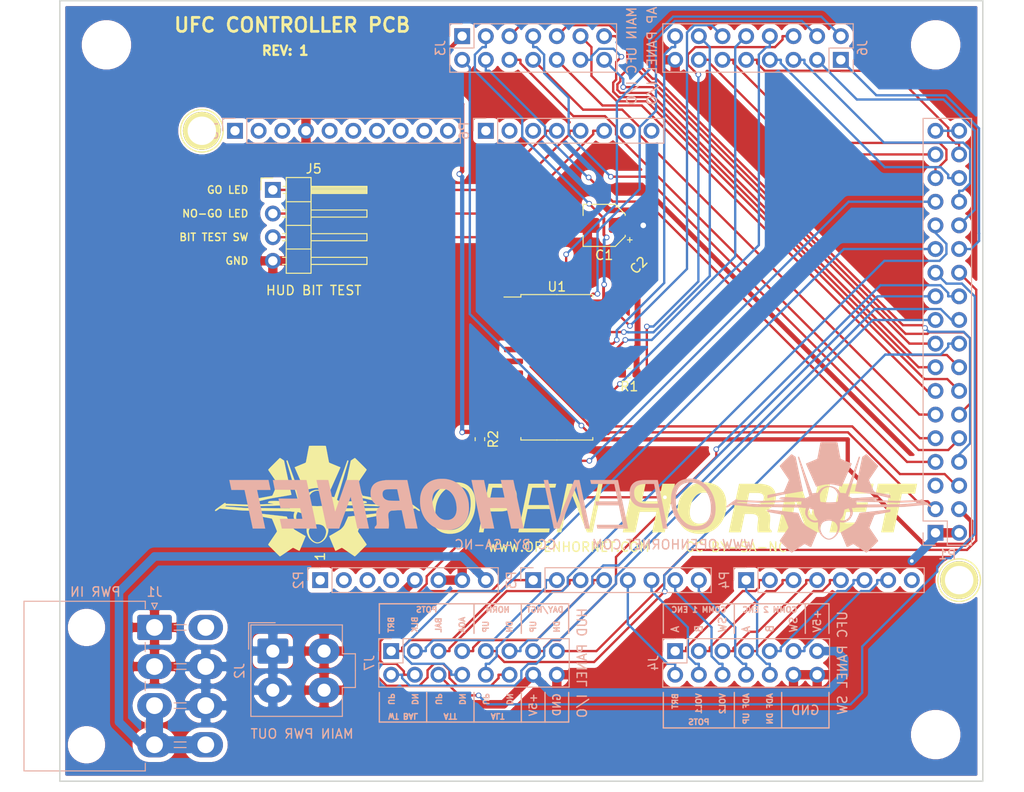
<source format=kicad_pcb>
(kicad_pcb (version 20171130) (host pcbnew "(5.1.4)-1")
  (title_block (date "mar. 31 mars 2015"))
  (layers (0 F.Cu signal) (31 B.Cu signal) (34 B.Paste user) (35 F.Paste user) (36 B.SilkS user) (37 F.SilkS user) (38 B.Mask user) (39 F.Mask user) (44 Edge.Cuts user))
  (net 0 "")
  (net 1 GND)
  (net 2 +5V)
  (net 3 +3V3)
  (net 4 +5VD)
  (net 5 /+12V_SUPPLY)
  (net 6 /+5V_SUPPLY)
  (net 7 "/52(SCK)")
  (net 8 "/53(SS)")
  (net 9 "/50(MISO)")
  (net 10 "/51(MOSI)")
  (net 11 /48)
  (net 12 /49)
  (net 13 /46)
  (net 14 /47)
  (net 15 /44)
  (net 16 /45)
  (net 17 /42)
  (net 18 /43)
  (net 19 /40)
  (net 20 /41)
  (net 21 /38)
  (net 22 /39)
  (net 23 /36)
  (net 24 /37)
  (net 25 /34)
  (net 26 /35)
  (net 27 /32)
  (net 28 /33)
  (net 29 /30)
  (net 30 /31)
  (net 31 /28)
  (net 32 /29)
  (net 33 /26)
  (net 34 /27)
  (net 35 /24)
  (net 36 /25)
  (net 37 /22)
  (net 38 /23)
  (net 39 /Reset)
  (net 40 /IOREF)
  (net 41 "Net-(P2-Pad1)")
  (net 42 /A0)
  (net 43 /A1)
  (net 44 /A2)
  (net 45 /A3)
  (net 46 /A4)
  (net 47 /A5)
  (net 48 /A6)
  (net 49 /A7)
  (net 50 /A8)
  (net 51 /A9)
  (net 52 /A10)
  (net 53 /A11)
  (net 54 /A12)
  (net 55 /A13)
  (net 56 /A14)
  (net 57 /A15)
  (net 58 /SCL)
  (net 59 /SDA)
  (net 60 /AREF)
  (net 61 "/13(**)")
  (net 62 "/12(**)")
  (net 63 "/11(**)")
  (net 64 "/10(**)")
  (net 65 "/9(**)")
  (net 66 "/8(**)")
  (net 67 "/7(**)")
  (net 68 "/6(**)")
  (net 69 "/5(**)")
  (net 70 "/4(**)")
  (net 71 "/3(**)")
  (net 72 "/2(**)")
  (net 73 "/1(Tx0)")
  (net 74 "/0(Rx0)")
  (net 75 "Net-(J1-Pad5)")
  (net 76 /DIN2)
  (net 77 /DIG0)
  (net 78 /SEGDP)
  (net 79 /SEGA)
  (net 80 /SEGB)
  (net 81 /SEGC)
  (net 82 /SEGD)
  (net 83 /SEGE)
  (net 84 /SEGF)
  (net 85 "Net-(R1-Pad2)")
  (net 86 /DIG4)
  (net 87 /DIG6)
  (net 88 /DIG2)
  (net 89 /DIG3)
  (net 90 /DIG7)
  (net 91 /DIG5)
  (net 92 /DIG1)
  (net 93 /SEGG)
  (module KiCAD_Libraries:OH_LOGO_75.4mm_11.9mm (layer B.Cu) (at 159.258 110.236 180)
    (fp_text reference G*** hide)
    (fp_text value LOGO hide)
  )
  (module KiCAD_Libraries:OH_LOGO_75.4mm_11.9mm (layer F.Cu) (at 157.6905 110.636)
    (fp_text reference G*** hide)
    (fp_text value LOGO hide)
  )
  (module MountingHole:MountingHole_4.3mm_M4 (layer F.Cu) (at 108.378 61.636)
    (fp_text reference H1 hide)
    (fp_text value MountingHole_4.3mm_M4)
    (pad 1 np_thru_hole circle (at 0 0) (size 4.3 4.3) (drill 4.3) (layers *.Cu *.Mask))
  )
  (module MountingHole:MountingHole_4.3mm_M4 (layer F.Cu) (at 197.378 61.636)
    (fp_text reference H2 hide)
    (fp_text value MountingHole_4.3mm_M4)
    (pad 1 np_thru_hole circle (at 0 0) (size 4.3 4.3) (drill 4.3) (layers *.Cu *.Mask))
  )
  (module MountingHole:MountingHole_4.3mm_M4 (layer F.Cu) (at 197.378 135.716)
    (fp_text reference H3 hide)
    (fp_text value MountingHole_4.3mm_M4)
    (pad 1 np_thru_hole circle (at 0 0) (size 4.3 4.3) (drill 4.3) (layers *.Cu *.Mask))
  )
  (module Connector_Molex:Molex_Mini-Fit_Jr_5566-04A_2x02_P4.20mm_Vertical (layer B.Cu) (at 126.238 126.746 270)
    (fp_text reference J2 (at 2.135 3.5725 90) (layer B.SilkS) (effects (justify mirror)))
    (fp_text value "MAIN PWR OUT" (at 8.89 -3.14 180) (layer B.SilkS) (effects (justify mirror)))
    (pad 4 thru_hole oval (at 4.2 -5.5 270) (size 2.7 3.3) (drill 1.4) (layers *.Cu *.Mask) (net 1 GND))
    (pad 3 thru_hole oval (at 0 -5.5 270) (size 2.7 3.3) (drill 1.4) (layers *.Cu *.Mask) (net 1 GND))
    (pad 2 thru_hole oval (at 4.2 0 270) (size 2.7 3.3) (drill 1.4) (layers *.Cu *.Mask) (net 6 /+5V_SUPPLY))
    (pad 1 thru_hole roundrect (at 0 0 270) (size 2.7 3.3) (drill 1.4) (layers *.Cu *.Mask) (roundrect_rratio 0.09259299999999999) (net 6 /+5V_SUPPLY))
  )
  (module Connector_PinHeader_2.54mm:PinHeader_2x08_P2.54mm_Vertical (layer B.Cu) (at 138.938 126.746 270)
    (fp_text reference J7 (at 1.27 2.33 90) (layer B.SilkS) (effects (justify mirror)))
    (fp_text value "HUD PANEL I/O" (at 1.27 -20.5025 90) (layer B.SilkS) (effects (justify mirror)))
    (pad 16 thru_hole oval (at 2.54 -17.78 270) (size 1.7 1.7) (drill 1) (layers *.Cu *.Mask) (net 1 GND))
    (pad 15 thru_hole oval (at 0 -17.78 270) (size 1.7 1.7) (drill 1) (layers *.Cu *.Mask) (net 28 /33))
    (pad 14 thru_hole oval (at 2.54 -15.24 270) (size 1.7 1.7) (drill 1) (layers *.Cu *.Mask) (net 2 +5V))
    (pad 13 thru_hole oval (at 0 -15.24 270) (size 1.7 1.7) (drill 1) (layers *.Cu *.Mask) (net 26 /35))
    (pad 12 thru_hole oval (at 2.54 -12.7 270) (size 1.7 1.7) (drill 1) (layers *.Cu *.Mask) (net 33 /26))
    (pad 11 thru_hole oval (at 0 -12.7 270) (size 1.7 1.7) (drill 1) (layers *.Cu *.Mask) (net 24 /37))
    (pad 10 thru_hole oval (at 2.54 -10.16 270) (size 1.7 1.7) (drill 1) (layers *.Cu *.Mask) (net 31 /28))
    (pad 9 thru_hole oval (at 0 -10.16 270) (size 1.7 1.7) (drill 1) (layers *.Cu *.Mask) (net 22 /39))
    (pad 8 thru_hole oval (at 2.54 -7.62 270) (size 1.7 1.7) (drill 1) (layers *.Cu *.Mask) (net 29 /30))
    (pad 7 thru_hole oval (at 0 -7.62 270) (size 1.7 1.7) (drill 1) (layers *.Cu *.Mask) (net 45 /A3))
    (pad 6 thru_hole oval (at 2.54 -5.08 270) (size 1.7 1.7) (drill 1) (layers *.Cu *.Mask) (net 27 /32))
    (pad 5 thru_hole oval (at 0 -5.08 270) (size 1.7 1.7) (drill 1) (layers *.Cu *.Mask) (net 44 /A2))
    (pad 4 thru_hole oval (at 2.54 -2.54 270) (size 1.7 1.7) (drill 1) (layers *.Cu *.Mask) (net 25 /34))
    (pad 3 thru_hole oval (at 0 -2.54 270) (size 1.7 1.7) (drill 1) (layers *.Cu *.Mask) (net 43 /A1))
    (pad 2 thru_hole oval (at 2.54 0 270) (size 1.7 1.7) (drill 1) (layers *.Cu *.Mask) (net 23 /36))
    (pad 1 thru_hole rect (at 0 0 270) (size 1.7 1.7) (drill 1) (layers *.Cu *.Mask) (net 42 /A0))
  )
  (module Connector_PinHeader_2.54mm:PinHeader_1x10_P2.54mm_Vertical (layer B.Cu) (at 122.174 70.866 270)
    (fp_text reference P5 (at 0 2.33 270) (layer B.SilkS) (effects (justify mirror)))
    (fp_text value PWM)
    (pad 1 thru_hole rect (at 0 0 270) (size 1.7 1.7) (drill 1) (layers *.Cu *.Mask) (net 58 /SCL))
    (pad 2 thru_hole oval (at 0 -2.54 270) (size 1.7 1.7) (drill 1) (layers *.Cu *.Mask) (net 59 /SDA))
    (pad 3 thru_hole oval (at 0 -5.08 270) (size 1.7 1.7) (drill 1) (layers *.Cu *.Mask) (net 60 /AREF))
    (pad 4 thru_hole oval (at 0 -7.62 270) (size 1.7 1.7) (drill 1) (layers *.Cu *.Mask) (net 1 GND))
    (pad 5 thru_hole oval (at 0 -10.16 270) (size 1.7 1.7) (drill 1) (layers *.Cu *.Mask) (net 61 "/13(**)"))
    (pad 6 thru_hole oval (at 0 -12.7 270) (size 1.7 1.7) (drill 1) (layers *.Cu *.Mask) (net 62 "/12(**)"))
    (pad 7 thru_hole oval (at 0 -15.24 270) (size 1.7 1.7) (drill 1) (layers *.Cu *.Mask) (net 63 "/11(**)"))
    (pad 8 thru_hole oval (at 0 -17.78 270) (size 1.7 1.7) (drill 1) (layers *.Cu *.Mask) (net 64 "/10(**)"))
    (pad 9 thru_hole oval (at 0 -20.32 270) (size 1.7 1.7) (drill 1) (layers *.Cu *.Mask) (net 65 "/9(**)"))
    (pad 10 thru_hole oval (at 0 -22.86 270) (size 1.7 1.7) (drill 1) (layers *.Cu *.Mask) (net 66 "/8(**)"))
  )
  (module Connector_PinHeader_2.54mm:PinHeader_1x08_P2.54mm_Vertical (layer B.Cu) (at 149.098 70.866 270)
    (fp_text reference P6 (at 0 2.33 270) (layer B.SilkS) (effects (justify mirror)))
    (fp_text value PWM)
    (pad 8 thru_hole oval (at 0 -17.78 270) (size 1.7 1.7) (drill 1) (layers *.Cu *.Mask) (net 74 "/0(Rx0)"))
    (pad 7 thru_hole oval (at 0 -15.24 270) (size 1.7 1.7) (drill 1) (layers *.Cu *.Mask) (net 73 "/1(Tx0)"))
    (pad 6 thru_hole oval (at 0 -12.7 270) (size 1.7 1.7) (drill 1) (layers *.Cu *.Mask) (net 72 "/2(**)"))
    (pad 5 thru_hole oval (at 0 -10.16 270) (size 1.7 1.7) (drill 1) (layers *.Cu *.Mask) (net 71 "/3(**)"))
    (pad 4 thru_hole oval (at 0 -7.62 270) (size 1.7 1.7) (drill 1) (layers *.Cu *.Mask) (net 70 "/4(**)"))
    (pad 3 thru_hole oval (at 0 -5.08 270) (size 1.7 1.7) (drill 1) (layers *.Cu *.Mask) (net 69 "/5(**)"))
    (pad 2 thru_hole oval (at 0 -2.54 270) (size 1.7 1.7) (drill 1) (layers *.Cu *.Mask) (net 68 "/6(**)"))
    (pad 1 thru_hole rect (at 0 0 270) (size 1.7 1.7) (drill 1) (layers *.Cu *.Mask) (net 67 "/7(**)"))
  )
  (module Connector_PinHeader_2.54mm:PinHeader_2x18_P2.54mm_Vertical (layer B.Cu) (at 197.358 114.046)
    (fp_text reference P1 (at 1.27 2.33) (layer B.SilkS) (effects (justify mirror)))
    (fp_text value Digital)
    (pad 1 thru_hole rect (at 0 0) (size 1.7 1.7) (drill 1) (layers *.Cu *.Mask) (net 1 GND))
    (pad 2 thru_hole oval (at 2.54 0) (size 1.7 1.7) (drill 1) (layers *.Cu *.Mask) (net 1 GND))
    (pad 3 thru_hole oval (at 0 -2.54) (size 1.7 1.7) (drill 1) (layers *.Cu *.Mask) (net 7 "/52(SCK)"))
    (pad 4 thru_hole oval (at 2.54 -2.54) (size 1.7 1.7) (drill 1) (layers *.Cu *.Mask) (net 8 "/53(SS)"))
    (pad 5 thru_hole oval (at 0 -5.08) (size 1.7 1.7) (drill 1) (layers *.Cu *.Mask) (net 9 "/50(MISO)"))
    (pad 6 thru_hole oval (at 2.54 -5.08) (size 1.7 1.7) (drill 1) (layers *.Cu *.Mask) (net 10 "/51(MOSI)"))
    (pad 7 thru_hole oval (at 0 -7.62) (size 1.7 1.7) (drill 1) (layers *.Cu *.Mask) (net 11 /48))
    (pad 8 thru_hole oval (at 2.54 -7.62) (size 1.7 1.7) (drill 1) (layers *.Cu *.Mask) (net 12 /49))
    (pad 9 thru_hole oval (at 0 -10.16) (size 1.7 1.7) (drill 1) (layers *.Cu *.Mask) (net 13 /46))
    (pad 10 thru_hole oval (at 2.54 -10.16) (size 1.7 1.7) (drill 1) (layers *.Cu *.Mask) (net 14 /47))
    (pad 11 thru_hole oval (at 0 -12.7) (size 1.7 1.7) (drill 1) (layers *.Cu *.Mask) (net 15 /44))
    (pad 12 thru_hole oval (at 2.54 -12.7) (size 1.7 1.7) (drill 1) (layers *.Cu *.Mask) (net 16 /45))
    (pad 13 thru_hole oval (at 0 -15.24) (size 1.7 1.7) (drill 1) (layers *.Cu *.Mask) (net 17 /42))
    (pad 14 thru_hole oval (at 2.54 -15.24) (size 1.7 1.7) (drill 1) (layers *.Cu *.Mask) (net 18 /43))
    (pad 15 thru_hole oval (at 0 -17.78) (size 1.7 1.7) (drill 1) (layers *.Cu *.Mask) (net 19 /40))
    (pad 16 thru_hole oval (at 2.54 -17.78) (size 1.7 1.7) (drill 1) (layers *.Cu *.Mask) (net 20 /41))
    (pad 17 thru_hole oval (at 0 -20.32) (size 1.7 1.7) (drill 1) (layers *.Cu *.Mask) (net 21 /38))
    (pad 18 thru_hole oval (at 2.54 -20.32) (size 1.7 1.7) (drill 1) (layers *.Cu *.Mask) (net 22 /39))
    (pad 19 thru_hole oval (at 0 -22.86) (size 1.7 1.7) (drill 1) (layers *.Cu *.Mask) (net 23 /36))
    (pad 20 thru_hole oval (at 2.54 -22.86) (size 1.7 1.7) (drill 1) (layers *.Cu *.Mask) (net 24 /37))
    (pad 21 thru_hole oval (at 0 -25.4) (size 1.7 1.7) (drill 1) (layers *.Cu *.Mask) (net 25 /34))
    (pad 22 thru_hole oval (at 2.54 -25.4) (size 1.7 1.7) (drill 1) (layers *.Cu *.Mask) (net 26 /35))
    (pad 23 thru_hole oval (at 0 -27.94) (size 1.7 1.7) (drill 1) (layers *.Cu *.Mask) (net 27 /32))
    (pad 24 thru_hole oval (at 2.54 -27.94) (size 1.7 1.7) (drill 1) (layers *.Cu *.Mask) (net 28 /33))
    (pad 25 thru_hole oval (at 0 -30.48) (size 1.7 1.7) (drill 1) (layers *.Cu *.Mask) (net 29 /30))
    (pad 26 thru_hole oval (at 2.54 -30.48) (size 1.7 1.7) (drill 1) (layers *.Cu *.Mask) (net 30 /31))
    (pad 27 thru_hole oval (at 0 -33.02) (size 1.7 1.7) (drill 1) (layers *.Cu *.Mask) (net 31 /28))
    (pad 28 thru_hole oval (at 2.54 -33.02) (size 1.7 1.7) (drill 1) (layers *.Cu *.Mask) (net 32 /29))
    (pad 29 thru_hole oval (at 0 -35.56) (size 1.7 1.7) (drill 1) (layers *.Cu *.Mask) (net 33 /26))
    (pad 30 thru_hole oval (at 2.54 -35.56) (size 1.7 1.7) (drill 1) (layers *.Cu *.Mask) (net 34 /27))
    (pad 31 thru_hole oval (at 0 -38.1) (size 1.7 1.7) (drill 1) (layers *.Cu *.Mask) (net 35 /24))
    (pad 32 thru_hole oval (at 2.54 -38.1) (size 1.7 1.7) (drill 1) (layers *.Cu *.Mask) (net 36 /25))
    (pad 33 thru_hole oval (at 0 -40.64) (size 1.7 1.7) (drill 1) (layers *.Cu *.Mask) (net 37 /22))
    (pad 34 thru_hole oval (at 2.54 -40.64) (size 1.7 1.7) (drill 1) (layers *.Cu *.Mask) (net 38 /23))
    (pad 35 thru_hole oval (at 0 -43.18) (size 1.7 1.7) (drill 1) (layers *.Cu *.Mask) (net 4 +5VD))
    (pad 36 thru_hole oval (at 2.54 -43.18) (size 1.7 1.7) (drill 1) (layers *.Cu *.Mask) (net 4 +5VD))
  )
  (module Socket_Arduino_Mega:Arduino_1pin (layer F.Cu) (at 199.898 119.126)
    (fp_text reference MK3 hide)
    (fp_text value MH hide)
    (pad 1 thru_hole circle (at 0 0) (size 4.064 4.064) (drill 3.048) (layers *.Cu *.Mask F.SilkS))
  )
  (module Socket_Arduino_Mega:Arduino_1pin (layer F.Cu) (at 118.618 70.866)
    (fp_text reference MK4 hide)
    (fp_text value MH hide)
    (pad 1 thru_hole circle (at 0 0) (size 4.064 4.064) (drill 3.048) (layers *.Cu *.Mask F.SilkS))
  )
  (module Connector_PinHeader_2.54mm:PinHeader_1x08_P2.54mm_Vertical (layer B.Cu) (at 131.318 119.126 270)
    (fp_text reference P2 (at 0 2.33 270) (layer B.SilkS) (effects (justify mirror)))
    (fp_text value Power)
    (pad 1 thru_hole rect (at 0 0 270) (size 1.7 1.7) (drill 1) (layers *.Cu *.Mask) (net 41 "Net-(P2-Pad1)"))
    (pad 2 thru_hole oval (at 0 -2.54 270) (size 1.7 1.7) (drill 1) (layers *.Cu *.Mask) (net 40 /IOREF))
    (pad 3 thru_hole oval (at 0 -5.08 270) (size 1.7 1.7) (drill 1) (layers *.Cu *.Mask) (net 39 /Reset))
    (pad 4 thru_hole oval (at 0 -7.62 270) (size 1.7 1.7) (drill 1) (layers *.Cu *.Mask) (net 3 +3V3))
    (pad 5 thru_hole oval (at 0 -10.16 270) (size 1.7 1.7) (drill 1) (layers *.Cu *.Mask) (net 2 +5V))
    (pad 6 thru_hole oval (at 0 -12.7 270) (size 1.7 1.7) (drill 1) (layers *.Cu *.Mask) (net 1 GND))
    (pad 7 thru_hole oval (at 0 -15.24 270) (size 1.7 1.7) (drill 1) (layers *.Cu *.Mask) (net 1 GND))
    (pad 8 thru_hole oval (at 0 -17.78 270) (size 1.7 1.7) (drill 1) (layers *.Cu *.Mask) (net 5 /+12V_SUPPLY))
  )
  (module Connector_PinHeader_2.54mm:PinHeader_1x08_P2.54mm_Vertical (layer B.Cu) (at 154.178 119.126 270)
    (fp_text reference P3 (at 0 2.33 270) (layer B.SilkS) (effects (justify mirror)))
    (fp_text value Analog)
    (pad 1 thru_hole rect (at 0 0 270) (size 1.7 1.7) (drill 1) (layers *.Cu *.Mask) (net 42 /A0))
    (pad 2 thru_hole oval (at 0 -2.54 270) (size 1.7 1.7) (drill 1) (layers *.Cu *.Mask) (net 43 /A1))
    (pad 3 thru_hole oval (at 0 -5.08 270) (size 1.7 1.7) (drill 1) (layers *.Cu *.Mask) (net 44 /A2))
    (pad 4 thru_hole oval (at 0 -7.62 270) (size 1.7 1.7) (drill 1) (layers *.Cu *.Mask) (net 45 /A3))
    (pad 5 thru_hole oval (at 0 -10.16 270) (size 1.7 1.7) (drill 1) (layers *.Cu *.Mask) (net 46 /A4))
    (pad 6 thru_hole oval (at 0 -12.7 270) (size 1.7 1.7) (drill 1) (layers *.Cu *.Mask) (net 47 /A5))
    (pad 7 thru_hole oval (at 0 -15.24 270) (size 1.7 1.7) (drill 1) (layers *.Cu *.Mask) (net 48 /A6))
    (pad 8 thru_hole oval (at 0 -17.78 270) (size 1.7 1.7) (drill 1) (layers *.Cu *.Mask) (net 49 /A7))
  )
  (module Connector_PinHeader_2.54mm:PinHeader_1x08_P2.54mm_Vertical (layer B.Cu) (at 177.038 119.126 270)
    (fp_text reference P4 (at 0 2.33 270) (layer B.SilkS) (effects (justify mirror)))
    (fp_text value Analog)
    (pad 1 thru_hole rect (at 0 0 270) (size 1.7 1.7) (drill 1) (layers *.Cu *.Mask) (net 50 /A8))
    (pad 2 thru_hole oval (at 0 -2.54 270) (size 1.7 1.7) (drill 1) (layers *.Cu *.Mask) (net 51 /A9))
    (pad 3 thru_hole oval (at 0 -5.08 270) (size 1.7 1.7) (drill 1) (layers *.Cu *.Mask) (net 52 /A10))
    (pad 4 thru_hole oval (at 0 -7.62 270) (size 1.7 1.7) (drill 1) (layers *.Cu *.Mask) (net 53 /A11))
    (pad 5 thru_hole oval (at 0 -10.16 270) (size 1.7 1.7) (drill 1) (layers *.Cu *.Mask) (net 54 /A12))
    (pad 6 thru_hole oval (at 0 -12.7 270) (size 1.7 1.7) (drill 1) (layers *.Cu *.Mask) (net 55 /A13))
    (pad 7 thru_hole oval (at 0 -15.24 270) (size 1.7 1.7) (drill 1) (layers *.Cu *.Mask) (net 56 /A14))
    (pad 8 thru_hole oval (at 0 -17.78 270) (size 1.7 1.7) (drill 1) (layers *.Cu *.Mask) (net 57 /A15))
  )
  (module Capacitor_SMD:CP_Elec_4x5.3 (layer F.Cu) (at 161.798 81.026 180)
    (fp_text reference C1 (at 0 -3.2) (layer F.SilkS))
    (fp_text value 10uF)
    (pad 1 smd roundrect (at -1.8 0 180) (size 2.6 1.6) (layers F.Cu F.Paste F.Mask) (roundrect_rratio 0.15625) (net 6 /+5V_SUPPLY))
    (pad 2 smd roundrect (at 1.8 0 180) (size 2.6 1.6) (layers F.Cu F.Paste F.Mask) (roundrect_rratio 0.15625) (net 1 GND))
  )
  (module Capacitor_SMD:C_0402_1005Metric (layer F.Cu) (at 164.681 84.4931 225)
    (fp_text reference C2 (at 0 -1.17 45) (layer F.SilkS))
    (fp_text value 100nF)
    (pad 1 smd roundrect (at -0.485 0 225) (size 0.59 0.64) (layers F.Cu F.Paste F.Mask) (net 6 /+5V_SUPPLY))
    (pad 2 smd roundrect (at 0.485 0 225) (size 0.59 0.64) (layers F.Cu F.Paste F.Mask) (net 1 GND))
  )
  (module Connector_Molex:Molex_Mini-Fit_Jr_5569-08A2_2x04_P4.20mm_Horizontal (layer B.Cu) (at 113.538 124.206 270)
    (fp_text reference J1 (at -3.81 0 180) (layer B.SilkS) (effects (justify mirror)))
    (fp_text value "PWR IN" (at -3.81 6.35 180) (layer B.SilkS) (effects (justify mirror)))
    (pad 1 thru_hole roundrect (at 0 0 270) (size 2.7 3.7) (drill 1.8) (layers *.Cu *.Mask) (roundrect_rratio 0.09259299999999999) (net 1 GND))
    (pad 2 thru_hole oval (at 4.2 0 270) (size 2.7 3.7) (drill 1.8) (layers *.Cu *.Mask) (net 1 GND))
    (pad 3 thru_hole oval (at 8.4 0 270) (size 2.7 3.7) (drill 1.8) (layers *.Cu *.Mask) (net 5 /+12V_SUPPLY))
    (pad 4 thru_hole oval (at 12.6 0 270) (size 2.7 3.7) (drill 1.8) (layers *.Cu *.Mask) (net 5 /+12V_SUPPLY))
    (pad 5 thru_hole oval (at 0 -5.5 270) (size 2.7 3.7) (drill 1.8) (layers *.Cu *.Mask) (net 75 "Net-(J1-Pad5)"))
    (pad 6 thru_hole oval (at 4.2 -5.5 270) (size 2.7 3.7) (drill 1.8) (layers *.Cu *.Mask) (net 6 /+5V_SUPPLY))
    (pad 7 thru_hole oval (at 8.4 -5.5 270) (size 2.7 3.7) (drill 1.8) (layers *.Cu *.Mask) (net 6 /+5V_SUPPLY))
    (pad 8 thru_hole oval (at 12.6 -5.5 270) (size 2.7 3.7) (drill 1.8) (layers *.Cu *.Mask) (net 5 /+12V_SUPPLY))
    (pad "" np_thru_hole circle (at 0 7.3 270) (size 3 3) (drill 3) (layers *.Cu *.Mask))
    (pad "" np_thru_hole circle (at 12.6 7.3 270) (size 3 3) (drill 3) (layers *.Cu *.Mask))
  )
  (module Connector_PinHeader_2.54mm:PinHeader_2x07_P2.54mm_Vertical (layer B.Cu) (at 146.558 60.706 270)
    (fp_text reference J3 (at 1.27 2.33 90) (layer B.SilkS) (effects (justify mirror)))
    (fp_text value "MAIN UFC I/O" (at 2.1175 -18.195 90) (layer B.SilkS) (effects (justify mirror)))
    (pad 14 thru_hole oval (at 2.54 -15.24 270) (size 1.7 1.7) (drill 1) (layers *.Cu *.Mask) (net 21 /38))
    (pad 13 thru_hole oval (at 0 -15.24 270) (size 1.7 1.7) (drill 1) (layers *.Cu *.Mask) (net 20 /41))
    (pad 12 thru_hole oval (at 2.54 -12.7 270) (size 1.7 1.7) (drill 1) (layers *.Cu *.Mask) (net 19 /40))
    (pad 11 thru_hole oval (at 0 -12.7 270) (size 1.7 1.7) (drill 1) (layers *.Cu *.Mask) (net 18 /43))
    (pad 10 thru_hole oval (at 2.54 -10.16 270) (size 1.7 1.7) (drill 1) (layers *.Cu *.Mask) (net 17 /42))
    (pad 9 thru_hole oval (at 0 -10.16 270) (size 1.7 1.7) (drill 1) (layers *.Cu *.Mask) (net 16 /45))
    (pad 8 thru_hole oval (at 2.54 -7.62 270) (size 1.7 1.7) (drill 1) (layers *.Cu *.Mask) (net 15 /44))
    (pad 7 thru_hole oval (at 0 -7.62 270) (size 1.7 1.7) (drill 1) (layers *.Cu *.Mask) (net 14 /47))
    (pad 6 thru_hole oval (at 2.54 -5.08 270) (size 1.7 1.7) (drill 1) (layers *.Cu *.Mask) (net 13 /46))
    (pad 5 thru_hole oval (at 0 -5.08 270) (size 1.7 1.7) (drill 1) (layers *.Cu *.Mask) (net 12 /49))
    (pad 4 thru_hole oval (at 2.54 -2.54 270) (size 1.7 1.7) (drill 1) (layers *.Cu *.Mask) (net 11 /48))
    (pad 3 thru_hole oval (at 0 -2.54 270) (size 1.7 1.7) (drill 1) (layers *.Cu *.Mask) (net 76 /DIN2))
    (pad 2 thru_hole oval (at 2.54 0 270) (size 1.7 1.7) (drill 1) (layers *.Cu *.Mask) (net 7 "/52(SCK)"))
    (pad 1 thru_hole rect (at 0 0 270) (size 1.7 1.7) (drill 1) (layers *.Cu *.Mask) (net 8 "/53(SS)"))
  )
  (module Connector_PinHeader_2.54mm:PinHeader_2x07_P2.54mm_Vertical (layer B.Cu) (at 169.418 126.746 270)
    (fp_text reference J4 (at 1.27 2.33 90) (layer B.SilkS) (effects (justify mirror)))
    (fp_text value "UFC PANEL SW" (at 1.27 -17.96 90) (layer B.SilkS) (effects (justify mirror)))
    (pad 1 thru_hole rect (at 0 0 270) (size 1.7 1.7) (drill 1) (layers *.Cu *.Mask) (net 51 /A9))
    (pad 2 thru_hole oval (at 2.54 0 270) (size 1.7 1.7) (drill 1) (layers *.Cu *.Mask) (net 46 /A4))
    (pad 3 thru_hole oval (at 0 -2.54 270) (size 1.7 1.7) (drill 1) (layers *.Cu *.Mask) (net 52 /A10))
    (pad 4 thru_hole oval (at 2.54 -2.54 270) (size 1.7 1.7) (drill 1) (layers *.Cu *.Mask) (net 47 /A5))
    (pad 5 thru_hole oval (at 0 -5.08 270) (size 1.7 1.7) (drill 1) (layers *.Cu *.Mask) (net 53 /A11))
    (pad 6 thru_hole oval (at 2.54 -5.08 270) (size 1.7 1.7) (drill 1) (layers *.Cu *.Mask) (net 48 /A6))
    (pad 7 thru_hole oval (at 0 -7.62 270) (size 1.7 1.7) (drill 1) (layers *.Cu *.Mask) (net 54 /A12))
    (pad 8 thru_hole oval (at 2.54 -7.62 270) (size 1.7 1.7) (drill 1) (layers *.Cu *.Mask) (net 49 /A7))
    (pad 9 thru_hole oval (at 0 -10.16 270) (size 1.7 1.7) (drill 1) (layers *.Cu *.Mask) (net 55 /A13))
    (pad 10 thru_hole oval (at 2.54 -10.16 270) (size 1.7 1.7) (drill 1) (layers *.Cu *.Mask) (net 50 /A8))
    (pad 11 thru_hole oval (at 0 -12.7 270) (size 1.7 1.7) (drill 1) (layers *.Cu *.Mask) (net 56 /A14))
    (pad 12 thru_hole oval (at 2.54 -12.7 270) (size 1.7 1.7) (drill 1) (layers *.Cu *.Mask) (net 1 GND))
    (pad 13 thru_hole oval (at 0 -15.24 270) (size 1.7 1.7) (drill 1) (layers *.Cu *.Mask) (net 2 +5V))
    (pad 14 thru_hole oval (at 2.54 -15.24 270) (size 1.7 1.7) (drill 1) (layers *.Cu *.Mask) (net 1 GND))
  )
  (module Connector_PinHeader_2.54mm:PinHeader_1x04_P2.54mm_Horizontal (layer F.Cu) (at 126.238 77.216)
    (fp_text reference J5 (at 4.385 -2.27) (layer F.SilkS))
    (fp_text value "HUD BIT TEST" (at 4.385 10.795) (layer F.SilkS))
    (pad 1 thru_hole rect (at 0 0) (size 1.7 1.7) (drill 1) (layers *.Cu *.Mask) (net 70 "/4(**)"))
    (pad 2 thru_hole oval (at 0 2.54) (size 1.7 1.7) (drill 1) (layers *.Cu *.Mask) (net 71 "/3(**)"))
    (pad 3 thru_hole oval (at 0 5.08) (size 1.7 1.7) (drill 1) (layers *.Cu *.Mask) (net 72 "/2(**)"))
    (pad 4 thru_hole oval (at 0 7.62) (size 1.7 1.7) (drill 1) (layers *.Cu *.Mask) (net 1 GND))
  )
  (module Connector_PinHeader_2.54mm:PinHeader_2x08_P2.54mm_Vertical (layer B.Cu) (at 187.198 63.246 90)
    (fp_text reference J6 (at 1.27 2.33 90) (layer B.SilkS) (effects (justify mirror)))
    (fp_text value "AP PANEL I/O" (at 0.4225 -20.2575 90) (layer B.SilkS) (effects (justify mirror)))
    (pad 1 thru_hole rect (at 0 0 90) (size 1.7 1.7) (drill 1) (layers *.Cu *.Mask) (net 30 /31))
    (pad 2 thru_hole oval (at 2.54 0 90) (size 1.7 1.7) (drill 1) (layers *.Cu *.Mask) (net 77 /DIG0))
    (pad 3 thru_hole oval (at 0 -2.54 90) (size 1.7 1.7) (drill 1) (layers *.Cu *.Mask) (net 32 /29))
    (pad 4 thru_hole oval (at 2.54 -2.54 90) (size 1.7 1.7) (drill 1) (layers *.Cu *.Mask) (net 78 /SEGDP))
    (pad 5 thru_hole oval (at 0 -5.08 90) (size 1.7 1.7) (drill 1) (layers *.Cu *.Mask) (net 34 /27))
    (pad 6 thru_hole oval (at 2.54 -5.08 90) (size 1.7 1.7) (drill 1) (layers *.Cu *.Mask) (net 79 /SEGA))
    (pad 7 thru_hole oval (at 0 -7.62 90) (size 1.7 1.7) (drill 1) (layers *.Cu *.Mask) (net 36 /25))
    (pad 8 thru_hole oval (at 2.54 -7.62 90) (size 1.7 1.7) (drill 1) (layers *.Cu *.Mask) (net 80 /SEGB))
    (pad 9 thru_hole oval (at 0 -10.16 90) (size 1.7 1.7) (drill 1) (layers *.Cu *.Mask) (net 38 /23))
    (pad 10 thru_hole oval (at 2.54 -10.16 90) (size 1.7 1.7) (drill 1) (layers *.Cu *.Mask) (net 81 /SEGC))
    (pad 11 thru_hole oval (at 0 -12.7 90) (size 1.7 1.7) (drill 1) (layers *.Cu *.Mask) (net 35 /24))
    (pad 12 thru_hole oval (at 2.54 -12.7 90) (size 1.7 1.7) (drill 1) (layers *.Cu *.Mask) (net 82 /SEGD))
    (pad 13 thru_hole oval (at 0 -15.24 90) (size 1.7 1.7) (drill 1) (layers *.Cu *.Mask) (net 37 /22))
    (pad 14 thru_hole oval (at 2.54 -15.24 90) (size 1.7 1.7) (drill 1) (layers *.Cu *.Mask) (net 83 /SEGE))
    (pad 15 thru_hole oval (at 0 -17.78 90) (size 1.7 1.7) (drill 1) (layers *.Cu *.Mask) (net 1 GND))
    (pad 16 thru_hole oval (at 2.54 -17.78 90) (size 1.7 1.7) (drill 1) (layers *.Cu *.Mask) (net 84 /SEGF))
  )
  (module Resistor_SMD:R_0603_1608Metric (layer F.Cu) (at 164.491 96.901 180)
    (fp_text reference R1 (at 0 -1.43) (layer F.SilkS))
    (fp_text value 25.5K)
    (pad 2 smd roundrect (at 0.7875 0 180) (size 0.875 0.95) (layers F.Cu F.Paste F.Mask) (net 85 "Net-(R1-Pad2)"))
    (pad 1 smd roundrect (at -0.7875 0 180) (size 0.875 0.95) (layers F.Cu F.Paste F.Mask) (net 6 /+5V_SUPPLY))
  )
  (module Resistor_SMD:R_0603_1608Metric (layer F.Cu) (at 148.463 103.988 270)
    (fp_text reference R2 (at 0 -1.43 90) (layer F.SilkS))
    (fp_text value 10K)
    (pad 1 smd roundrect (at -0.7875 0 270) (size 0.875 0.95) (layers F.Cu F.Paste F.Mask) (net 8 "/53(SS)"))
    (pad 2 smd roundrect (at 0.7875 0 270) (size 0.875 0.95) (layers F.Cu F.Paste F.Mask) (net 1 GND))
  )
  (module Package_SO:SOIC-24W_7.5x15.4mm_P1.27mm (layer F.Cu) (at 156.718 96.266)
    (fp_text reference U1 (at 0 -8.65) (layer F.SilkS))
    (fp_text value MAX7219EWG+T)
    (pad 1 smd roundrect (at -4.65 -6.985) (size 2.05 0.6) (layers F.Cu F.Paste F.Mask) (net 10 "/51(MOSI)"))
    (pad 2 smd roundrect (at -4.65 -5.715) (size 2.05 0.6) (layers F.Cu F.Paste F.Mask) (net 77 /DIG0))
    (pad 3 smd roundrect (at -4.65 -4.445) (size 2.05 0.6) (layers F.Cu F.Paste F.Mask) (net 86 /DIG4))
    (pad 4 smd roundrect (at -4.65 -3.175) (size 2.05 0.6) (layers F.Cu F.Paste F.Mask) (net 1 GND))
    (pad 5 smd roundrect (at -4.65 -1.905) (size 2.05 0.6) (layers F.Cu F.Paste F.Mask) (net 87 /DIG6))
    (pad 6 smd roundrect (at -4.65 -0.635) (size 2.05 0.6) (layers F.Cu F.Paste F.Mask) (net 88 /DIG2))
    (pad 7 smd roundrect (at -4.65 0.635) (size 2.05 0.6) (layers F.Cu F.Paste F.Mask) (net 89 /DIG3))
    (pad 8 smd roundrect (at -4.65 1.905) (size 2.05 0.6) (layers F.Cu F.Paste F.Mask) (net 90 /DIG7))
    (pad 9 smd roundrect (at -4.65 3.175) (size 2.05 0.6) (layers F.Cu F.Paste F.Mask) (net 1 GND))
    (pad 10 smd roundrect (at -4.65 4.445) (size 2.05 0.6) (layers F.Cu F.Paste F.Mask) (net 91 /DIG5))
    (pad 11 smd roundrect (at -4.65 5.715) (size 2.05 0.6) (layers F.Cu F.Paste F.Mask) (net 92 /DIG1))
    (pad 12 smd roundrect (at -4.65 6.985) (size 2.05 0.6) (layers F.Cu F.Paste F.Mask) (net 8 "/53(SS)"))
    (pad 13 smd roundrect (at 4.65 6.985) (size 2.05 0.6) (layers F.Cu F.Paste F.Mask) (net 7 "/52(SCK)"))
    (pad 14 smd roundrect (at 4.65 5.715) (size 2.05 0.6) (layers F.Cu F.Paste F.Mask) (net 79 /SEGA))
    (pad 15 smd roundrect (at 4.65 4.445) (size 2.05 0.6) (layers F.Cu F.Paste F.Mask) (net 84 /SEGF))
    (pad 16 smd roundrect (at 4.65 3.175) (size 2.05 0.6) (layers F.Cu F.Paste F.Mask) (net 80 /SEGB))
    (pad 17 smd roundrect (at 4.65 1.905) (size 2.05 0.6) (layers F.Cu F.Paste F.Mask) (net 93 /SEGG))
    (pad 18 smd roundrect (at 4.65 0.635) (size 2.05 0.6) (layers F.Cu F.Paste F.Mask) (net 85 "Net-(R1-Pad2)"))
    (pad 19 smd roundrect (at 4.65 -0.635) (size 2.05 0.6) (layers F.Cu F.Paste F.Mask) (net 6 /+5V_SUPPLY))
    (pad 20 smd roundrect (at 4.65 -1.905) (size 2.05 0.6) (layers F.Cu F.Paste F.Mask) (net 81 /SEGC))
    (pad 21 smd roundrect (at 4.65 -3.175) (size 2.05 0.6) (layers F.Cu F.Paste F.Mask) (net 83 /SEGE))
    (pad 22 smd roundrect (at 4.65 -4.445) (size 2.05 0.6) (layers F.Cu F.Paste F.Mask) (net 78 /SEGDP))
    (pad 23 smd roundrect (at 4.65 -5.715) (size 2.05 0.6) (layers F.Cu F.Paste F.Mask) (net 82 /SEGD))
    (pad 24 smd roundrect (at 4.65 -6.985) (size 2.05 0.6) (layers F.Cu F.Paste F.Mask) (net 76 /DIN2))
  )
  (gr_line (start 202.438 140.716) (end 103.378 140.716) (layer Edge.Cuts) (width 0.15))
  (gr_text "WWW.OPENHORNET.COM     CC BY-SA-NC" (at 161.798 115.316) (layer B.SilkS) (effects (font (size 1 1)) (justify mirror)))
  (gr_text GND (at 123.698 84.836) (layer F.SilkS) (effects (font (size 0.8 0.8)) (justify right)))
  (gr_text "BIT TEST SW" (at 123.698 82.296) (layer F.SilkS) (effects (font (size 0.8 0.8)) (justify right)))
  (gr_text "NO-GO LED" (at 123.698 79.756) (layer F.SilkS) (effects (font (size 0.8 0.8)) (justify right)))
  (gr_text "GO LED" (at 123.698 77.216) (layer F.SilkS) (effects (font (size 0.8 0.8)) (justify right)))
  (gr_line (start 137.668 134.366) (end 137.668 131.191) (layer B.SilkS) (width 0.15))
  (gr_line (start 142.748 134.366) (end 137.668 134.366) (layer B.SilkS) (width 0.15))
  (gr_line (start 142.748 134.366) (end 142.748 131.191) (layer B.SilkS) (width 0.15))
  (gr_line (start 147.828 134.366) (end 142.748 134.366) (layer B.SilkS) (width 0.15))
  (gr_line (start 147.828 134.366) (end 147.828 131.191) (layer B.SilkS) (width 0.15))
  (gr_line (start 152.908 134.366) (end 147.828 134.366) (layer B.SilkS) (width 0.15))
  (gr_line (start 152.908 134.366) (end 152.908 131.191) (layer B.SilkS) (width 0.15))
  (gr_line (start 155.448 134.366) (end 152.908 134.366) (layer B.SilkS) (width 0.15))
  (gr_line (start 155.448 134.366) (end 155.448 131.191) (layer B.SilkS) (width 0.15))
  (gr_line (start 157.988 134.366) (end 155.448 134.366) (layer B.SilkS) (width 0.15))
  (gr_line (start 157.988 131.191) (end 157.988 134.366) (layer B.SilkS) (width 0.15))
  (gr_text GND (at 156.718 131.191 90) (layer B.SilkS) (effects (font (size 0.8 0.8)) (justify left mirror)))
  (gr_text +5V (at 154.178 131.191 90) (layer B.SilkS) (effects (font (size 0.8 0.8)) (justify left mirror)))
  (gr_text ALT (at 150.368 133.730999 180) (layer B.SilkS) (effects (font (size 0.6 0.6)) (justify mirror)))
  (gr_text UP (at 149.098 131.191 270) (layer B.SilkS) (effects (font (size 0.6 0.6)) (justify right mirror)))
  (gr_text DN (at 151.638 131.191 270) (layer B.SilkS) (effects (font (size 0.6 0.6)) (justify right mirror)))
  (gr_text ATT (at 145.288 133.730999 180) (layer B.SilkS) (effects (font (size 0.6 0.6)) (justify mirror)))
  (gr_text DN (at 141.478 131.191 270) (layer B.SilkS) (effects (font (size 0.6 0.6)) (justify right mirror)))
  (gr_text UP (at 138.938 131.191 270) (layer B.SilkS) (effects (font (size 0.6 0.6)) (justify right mirror)))
  (gr_text "WT BAL" (at 140.208 133.731 180) (layer B.SilkS) (effects (font (size 0.6 0.6)) (justify mirror)))
  (gr_text DN (at 146.558 131.191 270) (layer B.SilkS) (effects (font (size 0.6 0.6)) (justify right mirror)))
  (gr_text UP (at 144.018 131.191 270) (layer B.SilkS) (effects (font (size 0.6 0.6)) (justify right mirror)))
  (gr_text DAY/NGT (at 155.448 122.301) (layer B.SilkS) (effects (font (size 0.6 0.6)) (justify mirror)))
  (gr_text NORM (at 150.368 122.301) (layer B.SilkS) (effects (font (size 0.6 0.6)) (justify mirror)))
  (gr_text UP (at 154.178 124.841 90) (layer B.SilkS) (effects (font (size 0.6 0.6)) (justify right mirror)))
  (gr_text DN (at 156.718 124.841 90) (layer B.SilkS) (effects (font (size 0.6 0.6)) (justify right mirror)))
  (gr_line (start 157.988 121.666) (end 157.988 124.841) (layer B.SilkS) (width 0.15))
  (gr_line (start 152.908 121.666) (end 157.988 121.666) (layer B.SilkS) (width 0.15))
  (gr_line (start 152.908 121.666) (end 152.908 124.841) (layer B.SilkS) (width 0.15))
  (gr_line (start 147.828 121.666) (end 152.908 121.666) (layer B.SilkS) (width 0.15))
  (gr_line (start 137.668 121.666) (end 137.668 124.841) (layer B.SilkS) (width 0.15))
  (gr_line (start 147.828 121.666) (end 137.668 121.666) (layer B.SilkS) (width 0.15))
  (gr_line (start 147.828 124.841) (end 147.828 121.666) (layer B.SilkS) (width 0.15))
  (gr_text POTS (at 142.748 122.301) (layer B.SilkS) (effects (font (size 0.6 0.6)) (justify mirror)))
  (gr_text DN (at 151.638 124.841 90) (layer B.SilkS) (effects (font (size 0.6 0.6)) (justify right mirror)))
  (gr_text UP (at 149.098 124.841 90) (layer B.SilkS) (effects (font (size 0.6 0.6)) (justify right mirror)))
  (gr_text AOA (at 146.558 124.841 90) (layer B.SilkS) (effects (font (size 0.6 0.6)) (justify right mirror)))
  (gr_text BAL (at 144.018 124.841 90) (layer B.SilkS) (effects (font (size 0.6 0.6)) (justify right mirror)))
  (gr_text BLK (at 141.478 124.841 90) (layer B.SilkS) (effects (font (size 0.6 0.6)) (justify right mirror)))
  (gr_text BRT (at 138.938 124.841 90) (layer B.SilkS) (effects (font (size 0.6 0.6)) (justify right mirror)))
  (gr_line (start 185.928 121.666) (end 185.928 124.841) (layer B.SilkS) (width 0.15))
  (gr_line (start 183.388 121.666) (end 185.928 121.666) (layer B.SilkS) (width 0.15))
  (gr_line (start 185.928 135.001) (end 185.928 131.191) (layer B.SilkS) (width 0.15))
  (gr_line (start 180.848 135.001) (end 185.928 135.001) (layer B.SilkS) (width 0.15))
  (gr_line (start 180.848 135.001) (end 180.848 131.191) (layer B.SilkS) (width 0.15))
  (gr_line (start 175.768 135.001) (end 180.848 135.001) (layer B.SilkS) (width 0.15))
  (gr_text GND (at 183.388 133.096) (layer B.SilkS) (effects (font (size 1 1)) (justify mirror)))
  (gr_text "ADF DN" (at 179.578 131.191 90) (layer B.SilkS) (effects (font (size 0.6 0.6)) (justify left mirror)))
  (gr_text "ADF UP" (at 177.038 131.191 90) (layer B.SilkS) (effects (font (size 0.6 0.6)) (justify left mirror)))
  (gr_line (start 175.768 135.001) (end 175.768 131.191) (layer B.SilkS) (width 0.15))
  (gr_line (start 168.148 135.001) (end 175.768 135.001) (layer B.SilkS) (width 0.15))
  (gr_line (start 168.148 131.191) (end 168.148 135.001) (layer B.SilkS) (width 0.15))
  (gr_text POTS (at 171.958 134.366) (layer B.SilkS) (effects (font (size 0.6 0.6)) (justify mirror)))
  (gr_text VOL2 (at 174.498 131.191 90) (layer B.SilkS) (effects (font (size 0.6 0.6)) (justify left mirror)))
  (gr_text VOL1 (at 171.958 131.191 90) (layer B.SilkS) (effects (font (size 0.6 0.6)) (justify left mirror)))
  (gr_text BRT (at 169.418 131.191 90) (layer B.SilkS) (effects (font (size 0.6 0.6)) (justify left mirror)))
  (gr_text "COMM 1 ENC" (at 171.958 122.301) (layer B.SilkS) (effects (font (size 0.6 0.6)) (justify mirror)))
  (gr_text "COMM 2 ENC" (at 179.578 122.301) (layer B.SilkS) (effects (font (size 0.6 0.6)) (justify mirror)))
  (gr_line (start 183.388 121.666) (end 183.388 124.841) (layer B.SilkS) (width 0.15))
  (gr_line (start 175.768 121.666) (end 183.388 121.666) (layer B.SilkS) (width 0.15))
  (gr_line (start 168.148 121.666) (end 175.768 121.666) (layer B.SilkS) (width 0.15))
  (gr_line (start 168.148 124.841) (end 168.148 121.666) (layer B.SilkS) (width 0.15))
  (gr_line (start 175.768 124.841) (end 175.768 121.666) (layer B.SilkS) (width 0.15))
  (gr_text A (at 169.418 124.841 90) (layer B.SilkS) (effects (font (size 0.8 0.8)) (justify right mirror)))
  (gr_text B (at 171.958 124.841 90) (layer B.SilkS) (effects (font (size 0.8 0.8)) (justify right mirror)))
  (gr_text SW (at 174.498 124.841 90) (layer B.SilkS) (effects (font (size 0.8 0.8)) (justify right mirror)))
  (gr_text A (at 177.038 124.841 90) (layer B.SilkS) (effects (font (size 0.8 0.8)) (justify right mirror)))
  (gr_text B (at 179.578 124.841 90) (layer B.SilkS) (effects (font (size 0.8 0.8)) (justify right mirror)))
  (gr_text SW (at 182.118 124.841 90) (layer B.SilkS) (effects (font (size 0.8 0.8)) (justify right mirror)))
  (gr_text +5V (at 184.658 124.841 90) (layer B.SilkS) (effects (font (size 0.8 0.8)) (justify right mirror)))
  (gr_text "WWW.OPENHORNET.COM     CC BY-SA-NC" (at 165.378 115.5735) (layer F.SilkS) (effects (font (size 1 1))))
  (gr_text "REV: 1" (at 127.5655 62.261) (layer F.SilkS) (effects (font (size 1 1) (thickness 0.25))))
  (gr_text "UFC CONTROLLER PCB" (at 128.3155 59.511) (layer F.SilkS) (effects (font (size 1.5 1.5) (thickness 0.3))))
  (gr_line (start 202.438 56.896) (end 202.438 140.716) (layer Edge.Cuts) (width 0.15))
  (gr_line (start 103.378 56.896) (end 202.438 56.896) (layer Edge.Cuts) (width 0.15))
  (gr_line (start 103.378 140.716) (end 103.378 56.896) (layer Edge.Cuts) (width 0.15))
  (gr_text 1 (at 131.318 116.586 90) (layer F.SilkS) (effects (font (size 1 1))))
  (via (at 194.8155 117.0735) (size 0.6) (drill 0.4) (layers F.Cu B.Cu) (net 1))
  (segment (start 197.358 114.046) (end 197.358 114.531) (width 0.9144) (layer B.Cu) (net 1))
  (segment (start 197.358 114.531) (end 194.8155 117.0735) (width 0.9144) (layer B.Cu) (net 1))
  (segment (start 136.398 124.206) (end 141.478 119.126) (width 0.9144) (layer F.Cu) (net 2))
  (segment (start 136.398 129.921) (end 136.398 124.206) (width 0.9144) (layer F.Cu) (net 2))
  (segment (start 138.938 132.461) (end 136.398 129.921) (width 0.9144) (layer F.Cu) (net 2))
  (segment (start 154.178 129.286) (end 151.003 132.461) (width 0.9144) (layer F.Cu) (net 2))
  (segment (start 151.003 132.461) (end 138.938 132.461) (width 0.9144) (layer F.Cu) (net 2))
  (segment (start 156.0715 131.1795) (end 154.178 129.286) (width 0.9144) (layer B.Cu) (net 2))
  (segment (start 186.738 126.746) (end 187.566 127.574) (width 0.9144) (layer B.Cu) (net 2))
  (segment (start 184.658 126.746) (end 186.738 126.746) (width 0.9144) (layer B.Cu) (net 2))
  (segment (start 187.566 127.574) (end 187.566 129.286) (width 0.9144) (layer B.Cu) (net 2))
  (segment (start 187.566 129.286) (end 185.661 131.191) (width 0.9144) (layer B.Cu) (net 2))
  (segment (start 185.661 131.191) (end 156.06 131.191) (width 0.9144) (layer B.Cu) (net 2))
  (segment (start 156.06 131.191) (end 156.0715 131.1795) (width 0.9144) (layer B.Cu) (net 2))
  (segment (start 199.898 70.866) (end 197.358 70.866) (width 0.25) (layer B.Cu) (net 4))
  (segment (start 146.558 116.586) (end 149.098 119.126) (width 0.9144) (layer B.Cu) (net 5))
  (segment (start 113.538 116.586) (end 146.558 116.586) (width 0.9144) (layer B.Cu) (net 5))
  (segment (start 109.728 120.396) (end 113.538 116.586) (width 0.9144) (layer B.Cu) (net 5))
  (segment (start 109.728 134.366) (end 109.728 120.396) (width 0.9144) (layer B.Cu) (net 5))
  (segment (start 113.538 136.806) (end 112.168 136.806) (width 0.9144) (layer B.Cu) (net 5))
  (segment (start 112.168 136.806) (end 109.728 134.366) (width 0.9144) (layer B.Cu) (net 5))
  (segment (start 119.038 136.806) (end 113.538 136.806) (width 1.8288) (layer B.Cu) (net 5))
  (segment (start 113.538 136.806) (end 113.538 132.606) (width 1.8288) (layer B.Cu) (net 5))
  (segment (start 165.278 95.5009) (end 165.2785 95.5014) (width 0.25) (layer F.Cu) (net 6))
  (segment (start 165.2785 95.5014) (end 165.2785 96.901) (width 0.25) (layer F.Cu) (net 6))
  (segment (start 165.278 95.5009) (end 165.278 94.1008) (width 0.635) (layer F.Cu) (net 6))
  (segment (start 165.278 96.901) (end 165.278 95.5009) (width 0.635) (layer F.Cu) (net 6))
  (segment (start 165.278 94.1008) (end 165.279 94.0998) (width 0.635) (layer F.Cu) (net 6))
  (segment (start 161.368 95.631) (end 163.748 95.631) (width 0.635) (layer F.Cu) (net 6))
  (segment (start 163.748 95.631) (end 165.278 94.1008) (width 0.635) (layer F.Cu) (net 6))
  (segment (start 163.598 81.026) (end 165.993 81.026) (width 1.8288) (layer F.Cu) (net 6))
  (segment (start 165.993 81.026) (end 165.994 81.0267) (width 1.8288) (layer F.Cu) (net 6))
  (via (at 165.994 81.0267) (size 1.2) (drill 0.6) (layers F.Cu B.Cu) (net 6))
  (segment (start 165.023947 82.451947) (end 163.598 81.026) (width 0.635) (layer F.Cu) (net 6))
  (segment (start 165.023947 84.150153) (end 165.023947 82.451947) (width 0.635) (layer F.Cu) (net 6))
  (segment (start 165.383002 84.509208) (end 165.023947 84.150153) (width 0.635) (layer F.Cu) (net 6))
  (segment (start 165.278 94.1008) (end 165.383002 93.995798) (width 0.635) (layer F.Cu) (net 6))
  (segment (start 165.383002 93.995798) (end 165.383002 84.509208) (width 0.635) (layer F.Cu) (net 6))
  (segment (start 161.368 103.251) (end 160.0805 103.251) (width 0.25) (layer F.Cu) (net 7))
  (segment (start 160.0805 103.251) (end 159.3571 102.5276) (width 0.25) (layer F.Cu) (net 7))
  (via (at 159.3571 102.5276) (size 0.6) (layers F.Cu B.Cu) (net 7))
  (segment (start 147.378 64.066) (end 146.558 63.246) (width 0.25) (layer B.Cu) (net 7))
  (segment (start 159.3571 102.5276) (end 147.378 90.5485) (width 0.25) (layer B.Cu) (net 7))
  (segment (start 147.378 90.5485) (end 147.378 64.066) (width 0.25) (layer B.Cu) (net 7))
  (segment (start 196.508001 110.656001) (end 195.368425 110.656001) (width 0.25) (layer F.Cu) (net 7))
  (segment (start 197.358 111.506) (end 196.508001 110.656001) (width 0.25) (layer F.Cu) (net 7))
  (segment (start 195.368425 110.656001) (end 187.963424 103.251) (width 0.25) (layer F.Cu) (net 7))
  (segment (start 162.493 103.251) (end 161.368 103.251) (width 0.25) (layer F.Cu) (net 7))
  (segment (start 187.963424 103.251) (end 162.493 103.251) (width 0.25) (layer F.Cu) (net 7))
  (segment (start 148.4631 103.2) (end 148.463 103.2001) (width 0.25) (layer F.Cu) (net 8))
  (segment (start 148.463 103.2001) (end 148.463 103.2005) (width 0.25) (layer F.Cu) (net 8))
  (segment (start 148.4631 103.2) (end 152.017 103.2) (width 0.4572) (layer F.Cu) (net 8))
  (segment (start 152.017 103.2) (end 152.068 103.251) (width 0.4572) (layer F.Cu) (net 8))
  (segment (start 148.463 103.2) (end 148.4631 103.2) (width 0.4572) (layer F.Cu) (net 8))
  (segment (start 199.898 111.506) (end 199.25 111.506) (width 0.4572) (layer F.Cu) (net 8))
  (via (at 146.558 103.251) (size 0.6) (drill 0.4) (layers F.Cu B.Cu) (net 8))
  (segment (start 146.507 103.2) (end 146.558 103.251) (width 0.3048) (layer B.Cu) (net 8))
  (segment (start 148.4125 103.251) (end 148.463 103.2005) (width 0.3048) (layer F.Cu) (net 8))
  (segment (start 146.6085 103.2005) (end 146.558 103.251) (width 0.4572) (layer F.Cu) (net 8))
  (segment (start 148.463 103.2005) (end 146.6085 103.2005) (width 0.4572) (layer F.Cu) (net 8))
  (via (at 146.253 75.511) (size 0.6) (drill 0.4) (layers F.Cu B.Cu) (net 8))
  (segment (start 146.558 75.816) (end 146.558 103.251) (width 0.4572) (layer B.Cu) (net 8))
  (segment (start 146.253 75.511) (end 146.558 75.816) (width 0.4572) (layer B.Cu) (net 8))
  (segment (start 146.558 75.206) (end 146.253 75.511) (width 0.4572) (layer F.Cu) (net 8))
  (segment (start 146.558 68.0035) (end 146.558 75.206) (width 0.4572) (layer F.Cu) (net 8))
  (segment (start 144.1905 65.636) (end 146.558 68.0035) (width 0.4572) (layer F.Cu) (net 8))
  (segment (start 146.558 60.706) (end 144.1905 63.0735) (width 0.4572) (layer F.Cu) (net 8))
  (segment (start 144.1905 63.0735) (end 144.1905 65.636) (width 0.4572) (layer F.Cu) (net 8))
  (segment (start 201.176601 112.784601) (end 200.747999 112.355999) (width 0.4572) (layer F.Cu) (net 8))
  (segment (start 201.176601 114.659729) (end 201.176601 112.784601) (width 0.4572) (layer F.Cu) (net 8))
  (segment (start 196.165119 115.324601) (end 200.511729 115.324601) (width 0.4572) (layer F.Cu) (net 8))
  (segment (start 200.747999 112.355999) (end 199.898 111.506) (width 0.4572) (layer F.Cu) (net 8))
  (segment (start 187.9405 107.099982) (end 196.165119 115.324601) (width 0.4572) (layer F.Cu) (net 8))
  (segment (start 187.9405 104.011) (end 187.9405 107.099982) (width 0.4572) (layer F.Cu) (net 8))
  (segment (start 200.511729 115.324601) (end 201.176601 114.659729) (width 0.4572) (layer F.Cu) (net 8))
  (segment (start 152.828 104.011) (end 187.9405 104.011) (width 0.4572) (layer F.Cu) (net 8))
  (segment (start 152.068 103.251) (end 152.828 104.011) (width 0.4572) (layer F.Cu) (net 8))
  (segment (start 199.898 109.29) (end 198.3472 107.7392) (width 0.25) (layer F.Cu) (net 10))
  (segment (start 198.3472 107.7392) (end 193.547 107.7392) (width 0.25) (layer F.Cu) (net 10))
  (segment (start 193.547 107.7392) (end 188.4238 102.616) (width 0.25) (layer F.Cu) (net 10))
  (segment (start 188.4238 102.616) (end 160.2675 102.616) (width 0.25) (layer F.Cu) (net 10))
  (segment (start 160.2675 102.616) (end 159.9824 102.3309) (width 0.25) (layer F.Cu) (net 10))
  (segment (start 159.9824 102.3309) (end 159.9824 102.2685) (width 0.25) (layer F.Cu) (net 10))
  (segment (start 159.9824 102.2685) (end 153.9185 96.2046) (width 0.25) (layer F.Cu) (net 10))
  (segment (start 153.9185 96.2046) (end 153.9185 91.9198) (width 0.25) (layer F.Cu) (net 10))
  (segment (start 153.9185 91.9198) (end 153.1847 91.186) (width 0.25) (layer F.Cu) (net 10))
  (segment (start 153.1847 91.186) (end 150.9897 91.186) (width 0.25) (layer F.Cu) (net 10))
  (segment (start 150.9897 91.186) (end 150.6618 90.8581) (width 0.25) (layer F.Cu) (net 10))
  (segment (start 150.6618 90.8581) (end 150.6618 90.2498) (width 0.25) (layer F.Cu) (net 10))
  (segment (start 150.6618 90.2498) (end 151.6306 89.281) (width 0.25) (layer F.Cu) (net 10))
  (segment (start 151.6306 89.281) (end 152.068 89.281) (width 0.25) (layer F.Cu) (net 10))
  (segment (start 199.898 109.29) (end 199.898 108.966) (width 0.4572) (layer F.Cu) (net 10))
  (segment (start 199.898 109.614) (end 199.898 109.29) (width 0.4572) (layer F.Cu) (net 10))
  (segment (start 149.098 63.246) (end 149.098 64.4213) (width 0.25) (layer B.Cu) (net 11))
  (segment (start 160.1305 75.8759) (end 162.7269 78.4723) (width 0.25) (layer F.Cu) (net 11))
  (segment (start 162.7269 78.4723) (end 166.3477 78.4723) (width 0.25) (layer F.Cu) (net 11))
  (segment (start 166.3477 78.4723) (end 194.3014 106.426) (width 0.25) (layer F.Cu) (net 11))
  (segment (start 194.3014 106.426) (end 197.358 106.426) (width 0.25) (layer F.Cu) (net 11))
  (segment (start 149.098 64.4213) (end 149.4653 64.4213) (width 0.25) (layer B.Cu) (net 11))
  (segment (start 149.4653 64.4213) (end 155.448 70.404) (width 0.25) (layer B.Cu) (net 11))
  (segment (start 155.448 70.404) (end 155.448 71.2815) (width 0.25) (layer B.Cu) (net 11))
  (segment (start 155.448 71.2815) (end 160.0424 75.8759) (width 0.25) (layer B.Cu) (net 11))
  (segment (start 160.0424 75.8759) (end 160.1305 75.8759) (width 0.25) (layer B.Cu) (net 11))
  (via (at 160.1305 75.8759) (size 0.6) (layers F.Cu B.Cu) (net 11))
  (via (at 196.2342 92.0485) (size 0.6) (layers F.Cu B.Cu) (net 12))
  (segment (start 199.898 105.6181) (end 199.898 106.426) (width 0.25) (layer B.Cu) (net 12))
  (segment (start 201.0733 104.4428) (end 199.898 105.6181) (width 0.25) (layer B.Cu) (net 12))
  (segment (start 201.0733 93.1483) (end 201.0733 104.4428) (width 0.25) (layer B.Cu) (net 12))
  (segment (start 200.381 92.456) (end 201.0733 93.1483) (width 0.25) (layer B.Cu) (net 12))
  (segment (start 196.2342 92.0485) (end 196.6417 92.456) (width 0.25) (layer B.Cu) (net 12))
  (segment (start 196.6417 92.456) (end 200.381 92.456) (width 0.25) (layer B.Cu) (net 12))
  (segment (start 193.864423 91.748501) (end 195.934201 91.748501) (width 0.25) (layer F.Cu) (net 12))
  (segment (start 167.390457 65.274535) (end 193.864423 91.748501) (width 0.25) (layer F.Cu) (net 12))
  (segment (start 167.001533 65.274533) (end 167.390457 65.274535) (width 0.25) (layer F.Cu) (net 12))
  (segment (start 165.173221 63.446221) (end 167.001533 65.274533) (width 0.25) (layer F.Cu) (net 12))
  (segment (start 165.173221 61.606319) (end 165.173221 63.446221) (width 0.25) (layer F.Cu) (net 12))
  (segment (start 153.543 58.801) (end 162.268413 58.801) (width 0.25) (layer F.Cu) (net 12))
  (segment (start 151.638 60.706) (end 153.543 58.801) (width 0.25) (layer F.Cu) (net 12))
  (segment (start 195.934201 91.748501) (end 196.2342 92.0485) (width 0.25) (layer F.Cu) (net 12))
  (segment (start 162.268413 58.801) (end 163.273393 59.80598) (width 0.25) (layer F.Cu) (net 12))
  (segment (start 163.273393 59.80598) (end 163.372883 59.805981) (width 0.25) (layer F.Cu) (net 12))
  (segment (start 163.372883 59.805981) (end 163.438785 59.871884) (width 0.25) (layer F.Cu) (net 12))
  (segment (start 163.438785 59.871884) (end 165.173221 61.606319) (width 0.25) (layer F.Cu) (net 12))
  (segment (start 151.638 63.246) (end 152.8133 63.246) (width 0.25) (layer F.Cu) (net 13))
  (segment (start 152.8133 63.246) (end 152.8133 63.6133) (width 0.25) (layer F.Cu) (net 13))
  (segment (start 152.8133 63.6133) (end 158.4964 69.2964) (width 0.25) (layer F.Cu) (net 13))
  (segment (start 158.4964 69.2964) (end 161.8911 69.2964) (width 0.25) (layer F.Cu) (net 13))
  (segment (start 161.8911 69.2964) (end 163.0719 70.4772) (width 0.25) (layer F.Cu) (net 13))
  (segment (start 163.0719 70.4772) (end 163.0719 71.2659) (width 0.25) (layer F.Cu) (net 13))
  (segment (start 163.0719 71.2659) (end 195.692 103.886) (width 0.25) (layer F.Cu) (net 13))
  (segment (start 195.692 103.886) (end 197.358 103.886) (width 0.25) (layer F.Cu) (net 13))
  (segment (start 154.178 60.706) (end 154.178 61.8813) (width 0.25) (layer B.Cu) (net 14))
  (segment (start 154.178 61.8813) (end 154.5454 61.8813) (width 0.25) (layer B.Cu) (net 14))
  (segment (start 154.5454 61.8813) (end 155.3533 62.6892) (width 0.25) (layer B.Cu) (net 14))
  (segment (start 155.3533 62.6892) (end 155.3533 64.6808) (width 0.25) (layer B.Cu) (net 14))
  (segment (start 155.3533 64.6808) (end 157.988 67.3155) (width 0.25) (layer B.Cu) (net 14))
  (segment (start 157.988 67.3155) (end 157.988 71.2765) (width 0.25) (layer B.Cu) (net 14))
  (segment (start 157.988 71.2765) (end 162.5096 75.7981) (width 0.25) (layer B.Cu) (net 14))
  (via (at 162.5096 75.7981) (size 0.6) (layers F.Cu B.Cu) (net 14))
  (segment (start 199.898 103.9807) (end 199.898 103.886) (width 0.25) (layer F.Cu) (net 14))
  (segment (start 198.7227 105.156) (end 199.898 103.9807) (width 0.25) (layer F.Cu) (net 14))
  (segment (start 195.5496 105.156) (end 198.7227 105.156) (width 0.25) (layer F.Cu) (net 14))
  (segment (start 162.5096 75.7981) (end 166.1917 75.7981) (width 0.25) (layer F.Cu) (net 14))
  (segment (start 166.1917 75.7981) (end 195.5496 105.156) (width 0.25) (layer F.Cu) (net 14))
  (segment (start 165.608 71.327) (end 195.627 101.346) (width 0.25) (layer F.Cu) (net 15))
  (segment (start 195.627 101.346) (end 196.155919 101.346) (width 0.25) (layer F.Cu) (net 15))
  (segment (start 165.608 70.4729) (end 165.608 71.327) (width 0.25) (layer F.Cu) (net 15))
  (segment (start 159.531599 68.599599) (end 163.7347 68.599599) (width 0.25) (layer F.Cu) (net 15))
  (segment (start 154.178 63.246) (end 159.531599 68.599599) (width 0.25) (layer F.Cu) (net 15))
  (segment (start 196.155919 101.346) (end 197.358 101.346) (width 0.25) (layer F.Cu) (net 15))
  (segment (start 163.7347 68.599599) (end 165.608 70.4729) (width 0.25) (layer F.Cu) (net 15))
  (segment (start 201.0733 100.1707) (end 200.747999 100.496001) (width 0.25) (layer F.Cu) (net 16))
  (segment (start 201.0733 93.1618) (end 201.0733 100.1707) (width 0.25) (layer F.Cu) (net 16))
  (segment (start 196.6567 92.5104) (end 200.4219 92.5104) (width 0.25) (layer F.Cu) (net 16))
  (segment (start 196.4933 92.6738) (end 196.6567 92.5104) (width 0.25) (layer F.Cu) (net 16))
  (segment (start 194.153312 92.6738) (end 196.4933 92.6738) (width 0.25) (layer F.Cu) (net 16))
  (segment (start 200.747999 100.496001) (end 199.898 101.346) (width 0.25) (layer F.Cu) (net 16))
  (segment (start 167.204056 65.724544) (end 194.153312 92.6738) (width 0.25) (layer F.Cu) (net 16))
  (segment (start 166.815132 65.724543) (end 167.204056 65.724544) (width 0.25) (layer F.Cu) (net 16))
  (segment (start 164.72321 63.632621) (end 166.815132 65.724543) (width 0.25) (layer F.Cu) (net 16))
  (segment (start 156.718 60.706) (end 157.893001 59.530999) (width 0.25) (layer F.Cu) (net 16))
  (segment (start 162.362001 59.530999) (end 163.086993 60.255991) (width 0.25) (layer F.Cu) (net 16))
  (segment (start 200.4219 92.5104) (end 201.0733 93.1618) (width 0.25) (layer F.Cu) (net 16))
  (segment (start 163.086993 60.255991) (end 163.186482 60.255991) (width 0.25) (layer F.Cu) (net 16))
  (segment (start 157.893001 59.530999) (end 162.362001 59.530999) (width 0.25) (layer F.Cu) (net 16))
  (segment (start 163.186482 60.255991) (end 164.72321 61.792719) (width 0.25) (layer F.Cu) (net 16))
  (segment (start 164.72321 61.792719) (end 164.72321 63.632621) (width 0.25) (layer F.Cu) (net 16))
  (segment (start 161.621588 68.149588) (end 165.827488 68.149588) (width 0.25) (layer F.Cu) (net 17))
  (segment (start 156.718 63.246) (end 161.621588 68.149588) (width 0.25) (layer F.Cu) (net 17))
  (segment (start 196.4839 98.806) (end 197.358 98.806) (width 0.25) (layer F.Cu) (net 17))
  (segment (start 165.827488 68.149588) (end 196.4839 98.806) (width 0.25) (layer F.Cu) (net 17))
  (segment (start 198.628 97.536) (end 199.048001 97.956001) (width 0.25) (layer F.Cu) (net 18))
  (segment (start 163.169853 67.699577) (end 166.344853 67.699577) (width 0.25) (layer F.Cu) (net 18))
  (segment (start 196.181276 97.536) (end 198.628 97.536) (width 0.25) (layer F.Cu) (net 18))
  (segment (start 160.4333 61.8813) (end 160.4333 64.963024) (width 0.25) (layer F.Cu) (net 18))
  (segment (start 199.048001 97.956001) (end 199.898 98.806) (width 0.25) (layer F.Cu) (net 18))
  (segment (start 160.4333 64.963024) (end 163.169853 67.699577) (width 0.25) (layer F.Cu) (net 18))
  (segment (start 159.258 60.706) (end 160.4333 61.8813) (width 0.25) (layer F.Cu) (net 18))
  (segment (start 166.344853 67.699577) (end 196.181276 97.536) (width 0.25) (layer F.Cu) (net 18))
  (segment (start 159.258 63.246) (end 160.4333 63.246) (width 0.25) (layer B.Cu) (net 19))
  (segment (start 160.4333 63.246) (end 160.4333 62.8787) (width 0.25) (layer B.Cu) (net 19))
  (segment (start 160.4333 62.8787) (end 161.2517 62.0603) (width 0.25) (layer B.Cu) (net 19))
  (segment (start 161.2517 62.0603) (end 162.7927 62.0603) (width 0.25) (layer B.Cu) (net 19))
  (segment (start 162.7927 62.0603) (end 163.6479 62.9155) (width 0.25) (layer B.Cu) (net 19))
  (via (at 163.6479 62.9155) (size 0.6) (layers F.Cu B.Cu) (net 19))
  (segment (start 163.085142 63.478258) (end 163.347901 63.215499) (width 0.25) (layer F.Cu) (net 19))
  (segment (start 163.085142 65.370652) (end 163.085142 63.478258) (width 0.25) (layer F.Cu) (net 19))
  (segment (start 197.358 96.266) (end 195.547687 96.266) (width 0.25) (layer F.Cu) (net 19))
  (segment (start 163.347901 63.215499) (end 163.6479 62.9155) (width 0.25) (layer F.Cu) (net 19))
  (segment (start 163.356253 67.249566) (end 162.767642 66.660955) (width 0.25) (layer F.Cu) (net 19))
  (segment (start 162.767642 65.688151) (end 163.085142 65.370652) (width 0.25) (layer F.Cu) (net 19))
  (segment (start 162.767642 66.660955) (end 162.767642 65.688151) (width 0.25) (layer F.Cu) (net 19))
  (segment (start 166.531253 67.249566) (end 163.356253 67.249566) (width 0.25) (layer F.Cu) (net 19))
  (segment (start 195.547687 96.266) (end 166.531253 67.249566) (width 0.25) (layer F.Cu) (net 19))
  (segment (start 163.000081 60.706) (end 161.798 60.706) (width 0.25) (layer F.Cu) (net 20))
  (segment (start 164.2732 64.296898) (end 164.2732 61.979119) (width 0.25) (layer F.Cu) (net 20))
  (segment (start 163.217653 65.874551) (end 163.535153 65.557051) (width 0.25) (layer F.Cu) (net 20))
  (segment (start 194.866598 94.9485) (end 166.717653 66.799555) (width 0.25) (layer F.Cu) (net 20))
  (segment (start 163.535153 65.557051) (end 163.535153 65.034945) (width 0.25) (layer F.Cu) (net 20))
  (segment (start 163.217653 66.474555) (end 163.217653 65.874551) (width 0.25) (layer F.Cu) (net 20))
  (segment (start 198.5805 94.9485) (end 194.866598 94.9485) (width 0.25) (layer F.Cu) (net 20))
  (segment (start 199.898 96.266) (end 198.5805 94.9485) (width 0.25) (layer F.Cu) (net 20))
  (segment (start 163.535153 65.034945) (end 164.2732 64.296898) (width 0.25) (layer F.Cu) (net 20))
  (segment (start 164.2732 61.979119) (end 163.000081 60.706) (width 0.25) (layer F.Cu) (net 20))
  (segment (start 163.542653 66.799555) (end 163.217653 66.474555) (width 0.25) (layer F.Cu) (net 20))
  (segment (start 166.717653 66.799555) (end 163.542653 66.799555) (width 0.25) (layer F.Cu) (net 20))
  (segment (start 194.569102 93.726) (end 167.017655 66.174553) (width 0.25) (layer F.Cu) (net 21))
  (segment (start 163.842655 65.290655) (end 163.842655 65.750289) (width 0.25) (layer B.Cu) (net 21))
  (segment (start 161.798 63.246) (end 163.842655 65.290655) (width 0.25) (layer B.Cu) (net 21))
  (segment (start 197.358 93.726) (end 194.569102 93.726) (width 0.25) (layer F.Cu) (net 21))
  (segment (start 164.266919 66.174553) (end 163.842655 66.174553) (width 0.25) (layer F.Cu) (net 21))
  (segment (start 167.017655 66.174553) (end 164.266919 66.174553) (width 0.25) (layer F.Cu) (net 21))
  (via (at 163.842655 66.174553) (size 0.6) (drill 0.4) (layers F.Cu B.Cu) (net 21))
  (segment (start 163.842655 65.750289) (end 163.842655 66.174553) (width 0.25) (layer B.Cu) (net 21))
  (segment (start 199.898 93.726) (end 198.7227 93.726) (width 0.25) (layer B.Cu) (net 22))
  (segment (start 149.098 126.746) (end 150.2733 126.746) (width 0.25) (layer F.Cu) (net 22))
  (segment (start 168.2973 120.342) (end 160.718 127.9213) (width 0.25) (layer F.Cu) (net 22))
  (segment (start 160.718 127.9213) (end 151.0812 127.9213) (width 0.25) (layer F.Cu) (net 22))
  (segment (start 151.0812 127.9213) (end 150.2733 127.1134) (width 0.25) (layer F.Cu) (net 22))
  (segment (start 150.2733 127.1134) (end 150.2733 126.746) (width 0.25) (layer F.Cu) (net 22))
  (segment (start 198.7227 93.726) (end 198.7227 94.0934) (width 0.25) (layer B.Cu) (net 22))
  (segment (start 198.7227 94.0934) (end 197.9148 94.9013) (width 0.25) (layer B.Cu) (net 22))
  (segment (start 197.9148 94.9013) (end 191.966 94.9013) (width 0.25) (layer B.Cu) (net 22))
  (segment (start 191.966 94.9013) (end 168.2426 118.6247) (width 0.25) (layer B.Cu) (net 22))
  (segment (start 168.2426 118.6247) (end 168.2426 120.2873) (width 0.25) (layer B.Cu) (net 22))
  (segment (start 168.2426 120.2873) (end 168.2973 120.342) (width 0.25) (layer B.Cu) (net 22))
  (via (at 168.2973 120.342) (size 0.6) (layers F.Cu B.Cu) (net 22))
  (segment (start 138.938 129.286) (end 140.1133 129.286) (width 0.25) (layer B.Cu) (net 23))
  (segment (start 197.358 91.186) (end 190.6157 91.186) (width 0.25) (layer B.Cu) (net 23))
  (segment (start 190.6157 91.186) (end 163.068 118.7337) (width 0.25) (layer B.Cu) (net 23))
  (segment (start 163.068 118.7337) (end 163.068 119.5207) (width 0.25) (layer B.Cu) (net 23))
  (segment (start 163.068 119.5207) (end 157.0655 125.5232) (width 0.25) (layer B.Cu) (net 23))
  (segment (start 157.0655 125.5232) (end 156.2635 125.5232) (width 0.25) (layer B.Cu) (net 23))
  (segment (start 156.2635 125.5232) (end 155.3534 126.4333) (width 0.25) (layer B.Cu) (net 23))
  (segment (start 155.3534 126.4333) (end 155.3534 127.2716) (width 0.25) (layer B.Cu) (net 23))
  (segment (start 155.3534 127.2716) (end 154.5144 128.1106) (width 0.25) (layer B.Cu) (net 23))
  (segment (start 154.5144 128.1106) (end 153.6524 128.1106) (width 0.25) (layer B.Cu) (net 23))
  (segment (start 153.6524 128.1106) (end 152.908 128.855) (width 0.25) (layer B.Cu) (net 23))
  (segment (start 152.908 128.855) (end 152.908 129.7586) (width 0.25) (layer B.Cu) (net 23))
  (segment (start 152.908 129.7586) (end 152.1987 130.4679) (width 0.25) (layer B.Cu) (net 23))
  (segment (start 152.1987 130.4679) (end 140.9299 130.4679) (width 0.25) (layer B.Cu) (net 23))
  (segment (start 140.9299 130.4679) (end 140.1133 129.6513) (width 0.25) (layer B.Cu) (net 23))
  (segment (start 140.1133 129.6513) (end 140.1133 129.286) (width 0.25) (layer B.Cu) (net 23))
  (segment (start 152.8133 126.746) (end 151.638 126.746) (width 0.25) (layer B.Cu) (net 24))
  (segment (start 160.528 118.7305) (end 160.528 119.6156) (width 0.25) (layer B.Cu) (net 24))
  (segment (start 152.8133 126.3786) (end 152.8133 126.746) (width 0.25) (layer B.Cu) (net 24))
  (segment (start 154.5729 125.5707) (end 153.6212 125.5707) (width 0.25) (layer B.Cu) (net 24))
  (segment (start 199.0901 91.186) (end 197.9148 90.0107) (width 0.25) (layer B.Cu) (net 24))
  (segment (start 197.9148 90.0107) (end 190.8655 90.0107) (width 0.25) (layer B.Cu) (net 24))
  (segment (start 199.898 91.186) (end 199.0901 91.186) (width 0.25) (layer B.Cu) (net 24))
  (segment (start 190.8655 90.0107) (end 163.3274 117.5488) (width 0.25) (layer B.Cu) (net 24))
  (segment (start 163.3274 117.5488) (end 161.7097 117.5488) (width 0.25) (layer B.Cu) (net 24))
  (segment (start 153.6212 125.5707) (end 152.8133 126.3786) (width 0.25) (layer B.Cu) (net 24))
  (segment (start 160.528 119.6156) (end 154.5729 125.5707) (width 0.25) (layer B.Cu) (net 24))
  (segment (start 161.7097 117.5488) (end 160.528 118.7305) (width 0.25) (layer B.Cu) (net 24))
  (segment (start 168.3148 110.2296) (end 169.5574 110.2296) (width 0.25) (layer B.Cu) (net 25))
  (segment (start 169.5574 110.2296) (end 191.141 88.646) (width 0.25) (layer B.Cu) (net 25))
  (segment (start 191.141 88.646) (end 197.358 88.646) (width 0.25) (layer B.Cu) (net 25))
  (segment (start 141.478 129.286) (end 140.3027 129.286) (width 0.25) (layer F.Cu) (net 25))
  (segment (start 168.3148 110.2296) (end 159.7695 110.2296) (width 0.25) (layer F.Cu) (net 25))
  (segment (start 159.7695 110.2296) (end 149.6977 120.3014) (width 0.25) (layer F.Cu) (net 25))
  (segment (start 149.6977 120.3014) (end 143.1649 120.3014) (width 0.25) (layer F.Cu) (net 25))
  (segment (start 143.1649 120.3014) (end 137.7626 125.7037) (width 0.25) (layer F.Cu) (net 25))
  (segment (start 137.7626 125.7037) (end 137.7626 127.7771) (width 0.25) (layer F.Cu) (net 25))
  (segment (start 137.7626 127.7771) (end 138.0962 128.1107) (width 0.25) (layer F.Cu) (net 25))
  (segment (start 138.0962 128.1107) (end 139.4948 128.1107) (width 0.25) (layer F.Cu) (net 25))
  (segment (start 139.4948 128.1107) (end 140.3027 128.9186) (width 0.25) (layer F.Cu) (net 25))
  (segment (start 140.3027 128.9186) (end 140.3027 129.286) (width 0.25) (layer F.Cu) (net 25))
  (via (at 168.3148 110.2296) (size 0.6) (layers F.Cu B.Cu) (net 25))
  (segment (start 199.898 88.646) (end 198.7227 88.646) (width 0.25) (layer B.Cu) (net 26))
  (segment (start 154.178 126.746) (end 155.3533 126.746) (width 0.25) (layer F.Cu) (net 26))
  (segment (start 173.8328 105.0698) (end 173.8328 105.8801) (width 0.25) (layer F.Cu) (net 26))
  (segment (start 173.8328 105.8801) (end 163.068 116.6449) (width 0.25) (layer F.Cu) (net 26))
  (segment (start 163.068 116.6449) (end 163.068 119.5207) (width 0.25) (layer F.Cu) (net 26))
  (segment (start 163.068 119.5207) (end 157.018 125.5707) (width 0.25) (layer F.Cu) (net 26))
  (segment (start 157.018 125.5707) (end 156.1612 125.5707) (width 0.25) (layer F.Cu) (net 26))
  (segment (start 156.1612 125.5707) (end 155.3533 126.3786) (width 0.25) (layer F.Cu) (net 26))
  (segment (start 155.3533 126.3786) (end 155.3533 126.746) (width 0.25) (layer F.Cu) (net 26))
  (segment (start 198.7227 88.646) (end 198.7227 88.2787) (width 0.25) (layer B.Cu) (net 26))
  (segment (start 198.7227 88.2787) (end 197.8994 87.4554) (width 0.25) (layer B.Cu) (net 26))
  (segment (start 197.8994 87.4554) (end 191.4472 87.4554) (width 0.25) (layer B.Cu) (net 26))
  (segment (start 191.4472 87.4554) (end 173.8328 105.0698) (width 0.25) (layer B.Cu) (net 26))
  (via (at 173.8328 105.0698) (size 0.6) (layers F.Cu B.Cu) (net 26))
  (segment (start 146.23579 131.50379) (end 147.893036 131.50379) (width 0.25) (layer F.Cu) (net 27))
  (segment (start 147.893036 131.50379) (end 148.3173 131.50379) (width 0.25) (layer F.Cu) (net 27))
  (segment (start 144.018 129.286) (end 146.23579 131.50379) (width 0.25) (layer F.Cu) (net 27))
  (via (at 148.3173 131.50379) (size 0.6) (drill 0.4) (layers F.Cu B.Cu) (net 27))
  (segment (start 148.617299 131.803789) (end 148.3173 131.50379) (width 0.25) (layer B.Cu) (net 27))
  (segment (start 149.27451 132.461) (end 148.617299 131.803789) (width 0.25) (layer B.Cu) (net 27))
  (segment (start 188.2358 132.461) (end 149.27451 132.461) (width 0.25) (layer B.Cu) (net 27))
  (segment (start 189.4891 131.2077) (end 188.2358 132.461) (width 0.25) (layer B.Cu) (net 27))
  (segment (start 189.4891 126.26255) (end 189.4891 131.2077) (width 0.25) (layer B.Cu) (net 27))
  (segment (start 197.540999 118.210651) (end 189.4891 126.26255) (width 0.25) (layer B.Cu) (net 27))
  (segment (start 197.540999 117.673001) (end 197.540999 118.210651) (width 0.25) (layer B.Cu) (net 27))
  (segment (start 198.445001 116.768999) (end 197.540999 117.673001) (width 0.25) (layer B.Cu) (net 27))
  (segment (start 198.5333 87.2813) (end 200.2007 87.2813) (width 0.25) (layer B.Cu) (net 27))
  (segment (start 200.2007 87.2813) (end 201.5815 88.6621) (width 0.25) (layer B.Cu) (net 27))
  (segment (start 201.5815 88.6621) (end 201.5815 114.17015) (width 0.25) (layer B.Cu) (net 27))
  (segment (start 201.5815 114.17015) (end 198.982651 116.768999) (width 0.25) (layer B.Cu) (net 27))
  (segment (start 197.358 86.106) (end 198.5333 87.2813) (width 0.25) (layer B.Cu) (net 27))
  (segment (start 198.982651 116.768999) (end 198.445001 116.768999) (width 0.25) (layer B.Cu) (net 27))
  (segment (start 201.730212 87.938212) (end 201.730212 114.889042) (width 0.25) (layer F.Cu) (net 28))
  (segment (start 160.9646 126.746) (end 157.920081 126.746) (width 0.25) (layer F.Cu) (net 28))
  (segment (start 168.2426 119.468) (end 160.9646 126.746) (width 0.25) (layer F.Cu) (net 28))
  (segment (start 157.920081 126.746) (end 156.718 126.746) (width 0.25) (layer F.Cu) (net 28))
  (segment (start 168.2426 118.5917) (end 168.2426 119.468) (width 0.25) (layer F.Cu) (net 28))
  (segment (start 170.956088 115.878212) (end 168.2426 118.5917) (width 0.25) (layer F.Cu) (net 28))
  (segment (start 199.898 86.106) (end 201.730212 87.938212) (width 0.25) (layer F.Cu) (net 28))
  (segment (start 200.741042 115.878212) (end 170.956088 115.878212) (width 0.25) (layer F.Cu) (net 28))
  (segment (start 201.730212 114.889042) (end 200.741042 115.878212) (width 0.25) (layer F.Cu) (net 28))
  (segment (start 146.558 129.286) (end 145.3827 129.286) (width 0.25) (layer B.Cu) (net 29))
  (segment (start 197.358 83.566) (end 196.1827 83.566) (width 0.25) (layer B.Cu) (net 29))
  (segment (start 196.1827 83.566) (end 187.5189 83.566) (width 0.25) (layer B.Cu) (net 29))
  (segment (start 187.5189 83.566) (end 150.7835 120.3014) (width 0.25) (layer B.Cu) (net 29))
  (segment (start 150.7835 120.3014) (end 146.2213 120.3014) (width 0.25) (layer B.Cu) (net 29))
  (segment (start 146.2213 120.3014) (end 140.2612 126.2615) (width 0.25) (layer B.Cu) (net 29))
  (segment (start 140.2612 126.2615) (end 140.2612 127.2186) (width 0.25) (layer B.Cu) (net 29))
  (segment (start 140.2612 127.2186) (end 141.1533 128.1107) (width 0.25) (layer B.Cu) (net 29))
  (segment (start 141.1533 128.1107) (end 144.5748 128.1107) (width 0.25) (layer B.Cu) (net 29))
  (segment (start 144.5748 128.1107) (end 145.3827 128.9186) (width 0.25) (layer B.Cu) (net 29))
  (segment (start 145.3827 128.9186) (end 145.3827 129.286) (width 0.25) (layer B.Cu) (net 29))
  (segment (start 201.168 83.566) (end 199.898 83.566) (width 0.25) (layer B.Cu) (net 30))
  (segment (start 191.008 67.056) (end 198.4769 67.056) (width 0.25) (layer B.Cu) (net 30))
  (segment (start 187.198 63.246) (end 191.008 67.056) (width 0.25) (layer B.Cu) (net 30))
  (segment (start 198.4769 67.056) (end 202.0325 70.6116) (width 0.25) (layer B.Cu) (net 30))
  (segment (start 202.0325 70.6116) (end 202.0325 81.8905) (width 0.25) (layer B.Cu) (net 30))
  (segment (start 202.03799 82.69601) (end 201.168 83.566) (width 0.25) (layer B.Cu) (net 30))
  (segment (start 202.0325 81.8905) (end 202.03799 81.89599) (width 0.25) (layer B.Cu) (net 30))
  (segment (start 202.03799 81.89599) (end 202.03799 82.69601) (width 0.25) (layer B.Cu) (net 30))
  (segment (start 149.098 128.1107) (end 149.098 129.286) (width 0.25) (layer B.Cu) (net 31))
  (segment (start 149.4654 128.1107) (end 149.098 128.1107) (width 0.25) (layer B.Cu) (net 31))
  (segment (start 150.2733 127.3028) (end 149.4654 128.1107) (width 0.25) (layer B.Cu) (net 31))
  (segment (start 150.2733 126.3822) (end 150.2733 127.3028) (width 0.25) (layer B.Cu) (net 31))
  (segment (start 156.2595 120.396) (end 150.2733 126.3822) (width 0.25) (layer B.Cu) (net 31))
  (segment (start 157.8934 119.7102) (end 157.2076 120.396) (width 0.25) (layer B.Cu) (net 31))
  (segment (start 157.8934 118.8123) (end 157.8934 119.7102) (width 0.25) (layer B.Cu) (net 31))
  (segment (start 197.358 81.834) (end 198.5334 83.0094) (width 0.25) (layer B.Cu) (net 31))
  (segment (start 197.358 81.026) (end 197.358 81.834) (width 0.25) (layer B.Cu) (net 31))
  (segment (start 198.5334 83.0094) (end 198.5334 84.0916) (width 0.25) (layer B.Cu) (net 31))
  (segment (start 198.5334 84.0916) (end 197.789 84.836) (width 0.25) (layer B.Cu) (net 31))
  (segment (start 197.789 84.836) (end 191.8697 84.836) (width 0.25) (layer B.Cu) (net 31))
  (segment (start 157.2076 120.396) (end 156.2595 120.396) (width 0.25) (layer B.Cu) (net 31))
  (segment (start 191.8697 84.836) (end 157.8934 118.8123) (width 0.25) (layer B.Cu) (net 31))
  (segment (start 201.5656 79.3584) (end 200.747999 80.176001) (width 0.25) (layer B.Cu) (net 32))
  (segment (start 200.747999 80.176001) (end 199.898 81.026) (width 0.25) (layer B.Cu) (net 32))
  (segment (start 198.212511 67.506011) (end 201.5656 70.8591) (width 0.25) (layer B.Cu) (net 32))
  (segment (start 188.918011 67.506011) (end 198.212511 67.506011) (width 0.25) (layer B.Cu) (net 32))
  (segment (start 184.658 63.246) (end 188.918011 67.506011) (width 0.25) (layer B.Cu) (net 32))
  (segment (start 201.5656 70.8591) (end 201.5656 79.3584) (width 0.25) (layer B.Cu) (net 32))
  (segment (start 160.2083 106.3088) (end 160.2136 106.3088) (width 0.25) (layer B.Cu) (net 33))
  (segment (start 160.2136 106.3088) (end 188.0364 78.486) (width 0.25) (layer B.Cu) (net 33))
  (segment (start 188.0364 78.486) (end 197.358 78.486) (width 0.25) (layer B.Cu) (net 33))
  (segment (start 150.4627 129.286) (end 150.4627 129.6533) (width 0.25) (layer F.Cu) (net 33))
  (segment (start 150.4627 129.6533) (end 149.6353 130.4807) (width 0.25) (layer F.Cu) (net 33))
  (segment (start 149.6353 130.4807) (end 146.0226 130.4807) (width 0.25) (layer F.Cu) (net 33))
  (segment (start 146.0226 130.4807) (end 145.1933 129.6514) (width 0.25) (layer F.Cu) (net 33))
  (segment (start 145.1933 129.6514) (end 145.1933 128.7991) (width 0.25) (layer F.Cu) (net 33))
  (segment (start 145.1933 128.7991) (end 144.5049 128.1107) (width 0.25) (layer F.Cu) (net 33))
  (segment (start 144.5049 128.1107) (end 143.5311 128.1107) (width 0.25) (layer F.Cu) (net 33))
  (segment (start 143.5311 128.1107) (end 142.8427 128.7991) (width 0.25) (layer F.Cu) (net 33))
  (segment (start 142.8427 128.7991) (end 142.8427 129.5841) (width 0.25) (layer F.Cu) (net 33))
  (segment (start 142.8427 129.5841) (end 141.96 130.4668) (width 0.25) (layer F.Cu) (net 33))
  (segment (start 141.96 130.4668) (end 138.4431 130.4668) (width 0.25) (layer F.Cu) (net 33))
  (segment (start 138.4431 130.4668) (end 137.3105 129.3342) (width 0.25) (layer F.Cu) (net 33))
  (segment (start 137.3105 129.3342) (end 137.3105 124.9594) (width 0.25) (layer F.Cu) (net 33))
  (segment (start 137.3105 124.9594) (end 142.748 119.5219) (width 0.25) (layer F.Cu) (net 33))
  (segment (start 142.748 119.5219) (end 142.748 118.7177) (width 0.25) (layer F.Cu) (net 33))
  (segment (start 142.748 118.7177) (end 155.1569 106.3088) (width 0.25) (layer F.Cu) (net 33))
  (segment (start 155.1569 106.3088) (end 160.2083 106.3088) (width 0.25) (layer F.Cu) (net 33))
  (segment (start 151.638 129.286) (end 150.4627 129.286) (width 0.25) (layer F.Cu) (net 33))
  (via (at 160.2083 106.3088) (size 0.6) (layers F.Cu B.Cu) (net 33))
  (segment (start 199.898 78.486) (end 199.898 77.3107) (width 0.25) (layer B.Cu) (net 34))
  (segment (start 182.118 63.246) (end 183.2933 63.246) (width 0.25) (layer B.Cu) (net 34))
  (segment (start 183.2933 63.246) (end 183.2933 63.6133) (width 0.25) (layer B.Cu) (net 34))
  (segment (start 183.2933 63.6133) (end 191.816 72.136) (width 0.25) (layer B.Cu) (net 34))
  (segment (start 191.816 72.136) (end 200.3353 72.136) (width 0.25) (layer B.Cu) (net 34))
  (segment (start 200.3353 72.136) (end 201.0733 72.874) (width 0.25) (layer B.Cu) (net 34))
  (segment (start 201.0733 72.874) (end 201.0733 76.5028) (width 0.25) (layer B.Cu) (net 34))
  (segment (start 201.0733 76.5028) (end 200.2654 77.3107) (width 0.25) (layer B.Cu) (net 34))
  (segment (start 200.2654 77.3107) (end 199.898 77.3107) (width 0.25) (layer B.Cu) (net 34))
  (segment (start 197.358 75.946) (end 197.358 74.7707) (width 0.25) (layer F.Cu) (net 35))
  (segment (start 174.498 63.246) (end 175.6733 63.246) (width 0.25) (layer F.Cu) (net 35))
  (segment (start 175.6733 63.246) (end 175.6733 63.6133) (width 0.25) (layer F.Cu) (net 35))
  (segment (start 175.6733 63.6133) (end 184.2294 72.1694) (width 0.25) (layer F.Cu) (net 35))
  (segment (start 184.2294 72.1694) (end 197.8056 72.1694) (width 0.25) (layer F.Cu) (net 35))
  (segment (start 197.8056 72.1694) (end 198.5333 72.8971) (width 0.25) (layer F.Cu) (net 35))
  (segment (start 198.5333 72.8971) (end 198.5333 73.9628) (width 0.25) (layer F.Cu) (net 35))
  (segment (start 198.5333 73.9628) (end 197.7254 74.7707) (width 0.25) (layer F.Cu) (net 35))
  (segment (start 197.7254 74.7707) (end 197.358 74.7707) (width 0.25) (layer F.Cu) (net 35))
  (segment (start 199.898 75.946) (end 198.7227 75.946) (width 0.25) (layer B.Cu) (net 36))
  (segment (start 179.578 63.246) (end 180.7533 63.246) (width 0.25) (layer B.Cu) (net 36))
  (segment (start 180.7533 63.246) (end 180.7533 63.6133) (width 0.25) (layer B.Cu) (net 36))
  (segment (start 180.7533 63.6133) (end 191.9107 74.7707) (width 0.25) (layer B.Cu) (net 36))
  (segment (start 191.9107 74.7707) (end 197.9148 74.7707) (width 0.25) (layer B.Cu) (net 36))
  (segment (start 197.9148 74.7707) (end 198.7227 75.5786) (width 0.25) (layer B.Cu) (net 36))
  (segment (start 198.7227 75.5786) (end 198.7227 75.946) (width 0.25) (layer B.Cu) (net 36))
  (segment (start 171.958 63.246) (end 173.1333 63.246) (width 0.25) (layer F.Cu) (net 37))
  (segment (start 173.1333 63.246) (end 173.1333 63.6133) (width 0.25) (layer F.Cu) (net 37))
  (segment (start 173.1333 63.6133) (end 182.926 73.406) (width 0.25) (layer F.Cu) (net 37))
  (segment (start 182.926 73.406) (end 197.358 73.406) (width 0.25) (layer F.Cu) (net 37))
  (segment (start 199.898 73.406) (end 199.898 72.2307) (width 0.25) (layer F.Cu) (net 38))
  (segment (start 177.038 63.246) (end 178.2133 63.246) (width 0.25) (layer F.Cu) (net 38))
  (segment (start 178.2133 63.246) (end 178.2133 63.6134) (width 0.25) (layer F.Cu) (net 38))
  (segment (start 178.2133 63.6134) (end 179.0212 64.4213) (width 0.25) (layer F.Cu) (net 38))
  (segment (start 179.0212 64.4213) (end 192.6053 64.4213) (width 0.25) (layer F.Cu) (net 38))
  (segment (start 192.6053 64.4213) (end 198.7227 70.5387) (width 0.25) (layer F.Cu) (net 38))
  (segment (start 198.7227 70.5387) (end 198.7227 71.4228) (width 0.25) (layer F.Cu) (net 38))
  (segment (start 198.7227 71.4228) (end 199.5306 72.2307) (width 0.25) (layer F.Cu) (net 38))
  (segment (start 199.5306 72.2307) (end 199.898 72.2307) (width 0.25) (layer F.Cu) (net 38))
  (segment (start 138.938 126.746) (end 140.1133 126.746) (width 0.25) (layer F.Cu) (net 42))
  (segment (start 154.178 119.126) (end 151.8751 119.126) (width 0.25) (layer F.Cu) (net 42))
  (segment (start 151.8751 119.126) (end 145.4304 125.5707) (width 0.25) (layer F.Cu) (net 42))
  (segment (start 145.4304 125.5707) (end 140.9212 125.5707) (width 0.25) (layer F.Cu) (net 42))
  (segment (start 140.9212 125.5707) (end 140.1133 126.3786) (width 0.25) (layer F.Cu) (net 42))
  (segment (start 140.1133 126.3786) (end 140.1133 126.746) (width 0.25) (layer F.Cu) (net 42))
  (segment (start 141.478 126.746) (end 142.6533 126.746) (width 0.25) (layer B.Cu) (net 43))
  (segment (start 156.718 119.126) (end 155.5427 119.126) (width 0.25) (layer B.Cu) (net 43))
  (segment (start 155.5427 119.126) (end 155.5427 119.934) (width 0.25) (layer B.Cu) (net 43))
  (segment (start 155.5427 119.934) (end 149.906 125.5707) (width 0.25) (layer B.Cu) (net 43))
  (segment (start 149.906 125.5707) (end 143.4612 125.5707) (width 0.25) (layer B.Cu) (net 43))
  (segment (start 143.4612 125.5707) (end 142.6533 126.3786) (width 0.25) (layer B.Cu) (net 43))
  (segment (start 142.6533 126.3786) (end 142.6533 126.746) (width 0.25) (layer B.Cu) (net 43))
  (segment (start 144.018 126.746) (end 145.1933 126.746) (width 0.25) (layer F.Cu) (net 44))
  (segment (start 159.258 119.126) (end 158.0827 119.126) (width 0.25) (layer F.Cu) (net 44))
  (segment (start 158.0827 119.126) (end 158.0827 119.4934) (width 0.25) (layer F.Cu) (net 44))
  (segment (start 158.0827 119.4934) (end 157.2748 120.3013) (width 0.25) (layer F.Cu) (net 44))
  (segment (start 157.2748 120.3013) (end 151.3385 120.3013) (width 0.25) (layer F.Cu) (net 44))
  (segment (start 151.3385 120.3013) (end 145.1933 126.4465) (width 0.25) (layer F.Cu) (net 44))
  (segment (start 145.1933 126.4465) (end 145.1933 126.746) (width 0.25) (layer F.Cu) (net 44))
  (segment (start 146.558 126.746) (end 147.7333 126.746) (width 0.25) (layer F.Cu) (net 45))
  (segment (start 161.798 119.126) (end 160.6227 119.126) (width 0.25) (layer F.Cu) (net 45))
  (segment (start 160.6227 119.126) (end 160.6227 119.4933) (width 0.25) (layer F.Cu) (net 45))
  (segment (start 160.6227 119.4933) (end 154.5453 125.5707) (width 0.25) (layer F.Cu) (net 45))
  (segment (start 154.5453 125.5707) (end 148.5412 125.5707) (width 0.25) (layer F.Cu) (net 45))
  (segment (start 148.5412 125.5707) (end 147.7333 126.3786) (width 0.25) (layer F.Cu) (net 45))
  (segment (start 147.7333 126.3786) (end 147.7333 126.746) (width 0.25) (layer F.Cu) (net 45))
  (segment (start 169.418 129.286) (end 169.418 128.1107) (width 0.25) (layer B.Cu) (net 46))
  (segment (start 169.418 128.1107) (end 168.61 128.1107) (width 0.25) (layer B.Cu) (net 46))
  (segment (start 168.61 128.1107) (end 164.338 123.8387) (width 0.25) (layer B.Cu) (net 46))
  (segment (start 164.338 123.8387) (end 164.338 119.126) (width 0.25) (layer B.Cu) (net 46))
  (segment (start 166.878 119.126) (end 166.878 120.3013) (width 0.25) (layer B.Cu) (net 47))
  (segment (start 171.958 129.286) (end 171.958 128.1107) (width 0.25) (layer B.Cu) (net 47))
  (segment (start 171.958 128.1107) (end 171.5906 128.1107) (width 0.25) (layer B.Cu) (net 47))
  (segment (start 171.5906 128.1107) (end 170.7827 127.3028) (width 0.25) (layer B.Cu) (net 47))
  (segment (start 170.7827 127.3028) (end 170.7827 124.206) (width 0.25) (layer B.Cu) (net 47))
  (segment (start 170.7827 124.206) (end 166.878 120.3013) (width 0.25) (layer B.Cu) (net 47))
  (segment (start 169.418 119.126) (end 169.418 120.3013) (width 0.25) (layer B.Cu) (net 48))
  (segment (start 174.498 129.286) (end 174.498 128.1107) (width 0.25) (layer B.Cu) (net 48))
  (segment (start 174.498 128.1107) (end 174.1306 128.1107) (width 0.25) (layer B.Cu) (net 48))
  (segment (start 174.1306 128.1107) (end 173.3227 127.3028) (width 0.25) (layer B.Cu) (net 48))
  (segment (start 173.3227 127.3028) (end 173.3227 124.206) (width 0.25) (layer B.Cu) (net 48))
  (segment (start 173.3227 124.206) (end 169.418 120.3013) (width 0.25) (layer B.Cu) (net 48))
  (segment (start 171.958 119.126) (end 171.958 120.3013) (width 0.25) (layer B.Cu) (net 49))
  (segment (start 177.038 129.286) (end 177.038 128.1107) (width 0.25) (layer B.Cu) (net 49))
  (segment (start 177.038 128.1107) (end 176.6706 128.1107) (width 0.25) (layer B.Cu) (net 49))
  (segment (start 176.6706 128.1107) (end 175.8627 127.3028) (width 0.25) (layer B.Cu) (net 49))
  (segment (start 175.8627 127.3028) (end 175.8627 124.206) (width 0.25) (layer B.Cu) (net 49))
  (segment (start 175.8627 124.206) (end 171.958 120.3013) (width 0.25) (layer B.Cu) (net 49))
  (segment (start 177.038 119.126) (end 177.038 120.3013) (width 0.25) (layer B.Cu) (net 50))
  (segment (start 179.578 129.286) (end 179.578 128.1107) (width 0.25) (layer B.Cu) (net 50))
  (segment (start 179.578 128.1107) (end 179.2106 128.1107) (width 0.25) (layer B.Cu) (net 50))
  (segment (start 179.2106 128.1107) (end 178.2133 127.1134) (width 0.25) (layer B.Cu) (net 50))
  (segment (start 178.2133 127.1134) (end 178.2133 121.4766) (width 0.25) (layer B.Cu) (net 50))
  (segment (start 178.2133 121.4766) (end 177.038 120.3013) (width 0.25) (layer B.Cu) (net 50))
  (segment (start 179.578 119.126) (end 178.4027 119.126) (width 0.25) (layer F.Cu) (net 51))
  (segment (start 169.418 126.746) (end 170.5933 126.746) (width 0.25) (layer F.Cu) (net 51))
  (segment (start 170.5933 126.746) (end 170.5933 126.3786) (width 0.25) (layer F.Cu) (net 51))
  (segment (start 170.5933 126.3786) (end 176.6706 120.3013) (width 0.25) (layer F.Cu) (net 51))
  (segment (start 176.6706 120.3013) (end 178.0355 120.3013) (width 0.25) (layer F.Cu) (net 51))
  (segment (start 178.0355 120.3013) (end 178.4027 119.9341) (width 0.25) (layer F.Cu) (net 51))
  (segment (start 178.4027 119.9341) (end 178.4027 119.126) (width 0.25) (layer F.Cu) (net 51))
  (segment (start 182.118 119.126) (end 180.9427 119.126) (width 0.25) (layer F.Cu) (net 52))
  (segment (start 171.958 126.746) (end 173.1333 126.746) (width 0.25) (layer F.Cu) (net 52))
  (segment (start 173.1333 126.746) (end 173.1333 126.3786) (width 0.25) (layer F.Cu) (net 52))
  (segment (start 173.1333 126.3786) (end 179.2106 120.3013) (width 0.25) (layer F.Cu) (net 52))
  (segment (start 179.2106 120.3013) (end 180.1348 120.3013) (width 0.25) (layer F.Cu) (net 52))
  (segment (start 180.1348 120.3013) (end 180.9427 119.4934) (width 0.25) (layer F.Cu) (net 52))
  (segment (start 180.9427 119.4934) (end 180.9427 119.126) (width 0.25) (layer F.Cu) (net 52))
  (segment (start 183.4827 119.126) (end 183.4827 119.4934) (width 0.25) (layer F.Cu) (net 53))
  (segment (start 183.4827 119.4934) (end 178.306 124.6701) (width 0.25) (layer F.Cu) (net 53))
  (segment (start 178.306 124.6701) (end 177.4314 124.6701) (width 0.25) (layer F.Cu) (net 53))
  (segment (start 177.4314 124.6701) (end 175.6733 126.4282) (width 0.25) (layer F.Cu) (net 53))
  (segment (start 175.6733 126.4282) (end 175.6733 126.746) (width 0.25) (layer F.Cu) (net 53))
  (segment (start 184.658 119.126) (end 183.4827 119.126) (width 0.25) (layer F.Cu) (net 53))
  (segment (start 174.498 126.746) (end 175.6733 126.746) (width 0.25) (layer F.Cu) (net 53))
  (segment (start 187.198 119.126) (end 186.0227 119.126) (width 0.25) (layer F.Cu) (net 54))
  (segment (start 177.038 126.746) (end 178.2133 126.746) (width 0.25) (layer F.Cu) (net 54))
  (segment (start 178.2133 126.746) (end 178.2133 126.3786) (width 0.25) (layer F.Cu) (net 54))
  (segment (start 178.2133 126.3786) (end 184.2906 120.3013) (width 0.25) (layer F.Cu) (net 54))
  (segment (start 184.2906 120.3013) (end 185.2148 120.3013) (width 0.25) (layer F.Cu) (net 54))
  (segment (start 185.2148 120.3013) (end 186.0227 119.4934) (width 0.25) (layer F.Cu) (net 54))
  (segment (start 186.0227 119.4934) (end 186.0227 119.126) (width 0.25) (layer F.Cu) (net 54))
  (segment (start 189.738 119.126) (end 188.5627 119.126) (width 0.25) (layer B.Cu) (net 55))
  (segment (start 179.578 126.746) (end 180.7533 126.746) (width 0.25) (layer B.Cu) (net 55))
  (segment (start 180.7533 126.746) (end 180.7533 126.3786) (width 0.25) (layer B.Cu) (net 55))
  (segment (start 180.7533 126.3786) (end 186.8306 120.3013) (width 0.25) (layer B.Cu) (net 55))
  (segment (start 186.8306 120.3013) (end 187.7548 120.3013) (width 0.25) (layer B.Cu) (net 55))
  (segment (start 187.7548 120.3013) (end 188.5627 119.4934) (width 0.25) (layer B.Cu) (net 55))
  (segment (start 188.5627 119.4934) (end 188.5627 119.126) (width 0.25) (layer B.Cu) (net 55))
  (segment (start 192.278 119.126) (end 191.1027 119.126) (width 0.25) (layer B.Cu) (net 56))
  (segment (start 182.118 126.746) (end 183.2933 126.746) (width 0.25) (layer B.Cu) (net 56))
  (segment (start 183.2933 126.746) (end 183.2933 126.3786) (width 0.25) (layer B.Cu) (net 56))
  (segment (start 183.2933 126.3786) (end 189.3706 120.3013) (width 0.25) (layer B.Cu) (net 56))
  (segment (start 189.3706 120.3013) (end 190.2948 120.3013) (width 0.25) (layer B.Cu) (net 56))
  (segment (start 190.2948 120.3013) (end 191.1027 119.4934) (width 0.25) (layer B.Cu) (net 56))
  (segment (start 191.1027 119.4934) (end 191.1027 119.126) (width 0.25) (layer B.Cu) (net 56))
  (segment (start 156.718 70.866) (end 155.5427 70.866) (width 0.25) (layer F.Cu) (net 70))
  (segment (start 126.238 77.216) (end 149.56 77.216) (width 0.25) (layer F.Cu) (net 70))
  (segment (start 149.56 77.216) (end 155.5427 71.2333) (width 0.25) (layer F.Cu) (net 70))
  (segment (start 155.5427 71.2333) (end 155.5427 70.866) (width 0.25) (layer F.Cu) (net 70))
  (segment (start 159.258 70.866) (end 158.0827 70.866) (width 0.25) (layer F.Cu) (net 71))
  (segment (start 126.238 79.756) (end 149.56 79.756) (width 0.25) (layer F.Cu) (net 71))
  (segment (start 149.56 79.756) (end 158.0827 71.2333) (width 0.25) (layer F.Cu) (net 71))
  (segment (start 158.0827 71.2333) (end 158.0827 70.866) (width 0.25) (layer F.Cu) (net 71))
  (segment (start 161.798 70.866) (end 160.6227 70.866) (width 0.25) (layer F.Cu) (net 72))
  (segment (start 126.238 82.296) (end 149.56 82.296) (width 0.25) (layer F.Cu) (net 72))
  (segment (start 149.56 82.296) (end 160.6227 71.2333) (width 0.25) (layer F.Cu) (net 72))
  (segment (start 160.6227 71.2333) (end 160.6227 70.866) (width 0.25) (layer F.Cu) (net 72))
  (segment (start 149.098 60.706) (end 149.098 61.8813) (width 0.25) (layer B.Cu) (net 76))
  (segment (start 160.1867 78.7003) (end 153.0026 71.5162) (width 0.25) (layer B.Cu) (net 76))
  (segment (start 153.0026 71.5162) (end 153.0026 69.5011) (width 0.25) (layer B.Cu) (net 76))
  (segment (start 153.0026 69.5011) (end 147.9227 64.4212) (width 0.25) (layer B.Cu) (net 76))
  (segment (start 147.9227 64.4212) (end 147.9227 62.6892) (width 0.25) (layer B.Cu) (net 76))
  (segment (start 147.9227 62.6892) (end 148.7306 61.8813) (width 0.25) (layer B.Cu) (net 76))
  (segment (start 148.7306 61.8813) (end 149.098 61.8813) (width 0.25) (layer B.Cu) (net 76))
  (segment (start 161.368 89.281) (end 161.7363 88.9127) (width 0.25) (layer F.Cu) (net 76))
  (segment (start 161.7363 80.2499) (end 160.1867 78.7003) (width 0.25) (layer F.Cu) (net 76))
  (via (at 160.1867 78.7003) (size 0.6) (layers F.Cu B.Cu) (net 76))
  (via (at 161.798 87.376) (size 0.6) (drill 0.4) (layers F.Cu B.Cu) (net 76))
  (segment (start 161.7363 87.4377) (end 161.798 87.376) (width 0.3048) (layer F.Cu) (net 76))
  (segment (start 161.7363 88.9127) (end 161.7363 87.4377) (width 0.3048) (layer F.Cu) (net 76))
  (via (at 162.0655 82.3235) (size 0.6) (drill 0.4) (layers F.Cu B.Cu) (net 76))
  (segment (start 161.798 87.376) (end 161.798 82.591) (width 0.3048) (layer B.Cu) (net 76))
  (segment (start 161.798 82.591) (end 162.0655 82.3235) (width 0.3048) (layer B.Cu) (net 76))
  (segment (start 161.765501 80.279101) (end 161.7363 80.2499) (width 0.3048) (layer F.Cu) (net 76))
  (segment (start 161.765501 82.023501) (end 161.765501 80.279101) (width 0.3048) (layer F.Cu) (net 76))
  (segment (start 162.0655 82.3235) (end 161.765501 82.023501) (width 0.3048) (layer F.Cu) (net 76))
  (segment (start 152.068 90.551) (end 152.5304 90.551) (width 0.25) (layer F.Cu) (net 77))
  (segment (start 152.5304 90.551) (end 157.7176 85.3638) (width 0.25) (layer F.Cu) (net 77))
  (segment (start 157.7176 85.3638) (end 157.7176 84.1385) (width 0.25) (layer F.Cu) (net 77))
  (via (at 157.7176 84.1385) (size 0.6) (layers F.Cu B.Cu) (net 77))
  (segment (start 169.2031 58.6045) (end 185.0965 58.6045) (width 0.25) (layer B.Cu) (net 77))
  (segment (start 163.1625 67.77971) (end 166.6527 64.28951) (width 0.25) (layer B.Cu) (net 77))
  (segment (start 185.0965 58.6045) (end 186.348001 59.856001) (width 0.25) (layer B.Cu) (net 77))
  (segment (start 166.6527 61.1549) (end 169.2031 58.6045) (width 0.25) (layer B.Cu) (net 77))
  (segment (start 163.1625 78.6936) (end 163.1625 67.77971) (width 0.25) (layer B.Cu) (net 77))
  (segment (start 157.7176 84.1385) (end 163.1625 78.6936) (width 0.25) (layer B.Cu) (net 77))
  (segment (start 166.6527 64.28951) (end 166.6527 61.1549) (width 0.25) (layer B.Cu) (net 77))
  (segment (start 186.348001 59.856001) (end 187.198 60.706) (width 0.25) (layer B.Cu) (net 77))
  (segment (start 160.243 91.821) (end 160.0137 91.5917) (width 0.25) (layer F.Cu) (net 78))
  (segment (start 160.659626 88.3748) (end 161.08389 88.3748) (width 0.25) (layer F.Cu) (net 78))
  (segment (start 160.5742 88.3748) (end 160.659626 88.3748) (width 0.25) (layer F.Cu) (net 78))
  (segment (start 160.0137 91.5917) (end 160.0137 88.9353) (width 0.25) (layer F.Cu) (net 78))
  (segment (start 160.0137 88.9353) (end 160.5742 88.3748) (width 0.25) (layer F.Cu) (net 78))
  (segment (start 161.368 91.821) (end 160.243 91.821) (width 0.25) (layer F.Cu) (net 78))
  (via (at 161.08389 88.3748) (size 0.6) (drill 0.4) (layers F.Cu B.Cu) (net 78))
  (segment (start 165.608 70.4737) (end 165.608 77.1325) (width 0.25) (layer B.Cu) (net 78))
  (segment (start 184.658 60.706) (end 183.0322 59.0802) (width 0.25) (layer B.Cu) (net 78))
  (segment (start 161.08389 87.950536) (end 161.08389 88.3748) (width 0.25) (layer B.Cu) (net 78))
  (segment (start 167.3591 68.7226) (end 165.608 70.4737) (width 0.25) (layer B.Cu) (net 78))
  (segment (start 165.608 77.1325) (end 161.08389 81.65661) (width 0.25) (layer B.Cu) (net 78))
  (segment (start 161.08389 81.65661) (end 161.08389 87.950536) (width 0.25) (layer B.Cu) (net 78))
  (segment (start 183.0322 59.0802) (end 169.3815 59.0802) (width 0.25) (layer B.Cu) (net 78))
  (segment (start 169.3815 59.0802) (end 167.3591 61.1026) (width 0.25) (layer B.Cu) (net 78))
  (segment (start 167.3591 61.1026) (end 167.3591 68.7226) (width 0.25) (layer B.Cu) (net 78))
  (segment (start 182.118 60.706) (end 180.9427 60.706) (width 0.25) (layer F.Cu) (net 79))
  (segment (start 171.9107 64.8304) (end 171.8392 64.8304) (width 0.25) (layer F.Cu) (net 79))
  (segment (start 171.8392 64.8304) (end 170.776 63.7672) (width 0.25) (layer F.Cu) (net 79))
  (segment (start 170.776 63.7672) (end 170.776 62.6863) (width 0.25) (layer F.Cu) (net 79))
  (segment (start 170.776 62.6863) (end 171.581 61.8813) (width 0.25) (layer F.Cu) (net 79))
  (segment (start 171.581 61.8813) (end 180.1348 61.8813) (width 0.25) (layer F.Cu) (net 79))
  (segment (start 180.1348 61.8813) (end 180.9427 61.0734) (width 0.25) (layer F.Cu) (net 79))
  (segment (start 180.9427 61.0734) (end 180.9427 60.706) (width 0.25) (layer F.Cu) (net 79))
  (via (at 171.9107 64.8304) (size 0.6) (layers F.Cu B.Cu) (net 79))
  (segment (start 166.378 92.310264) (end 166.378 91.886) (width 0.25) (layer F.Cu) (net 79))
  (segment (start 161.368 101.981) (end 162.493 101.981) (width 0.25) (layer F.Cu) (net 79))
  (segment (start 167.076911 91.886) (end 166.802264 91.886) (width 0.25) (layer B.Cu) (net 79))
  (segment (start 171.9107 64.8304) (end 171.9107 87.052211) (width 0.25) (layer B.Cu) (net 79))
  (segment (start 166.802264 91.886) (end 166.378 91.886) (width 0.25) (layer B.Cu) (net 79))
  (via (at 166.378 91.886) (size 0.6) (drill 0.4) (layers F.Cu B.Cu) (net 79))
  (segment (start 171.9107 87.052211) (end 167.076911 91.886) (width 0.25) (layer B.Cu) (net 79))
  (segment (start 166.378 98.096) (end 166.378 92.310264) (width 0.25) (layer F.Cu) (net 79))
  (segment (start 162.493 101.981) (end 166.378 98.096) (width 0.25) (layer F.Cu) (net 79))
  (segment (start 179.578 60.706) (end 179.578 61.8813) (width 0.25) (layer B.Cu) (net 80))
  (segment (start 163.4906 98.0545) (end 178.4027 83.1424) (width 0.25) (layer B.Cu) (net 80))
  (segment (start 178.4027 83.1424) (end 178.4027 62.6892) (width 0.25) (layer B.Cu) (net 80))
  (segment (start 178.4027 62.6892) (end 179.2106 61.8813) (width 0.25) (layer B.Cu) (net 80))
  (segment (start 179.2106 61.8813) (end 179.578 61.8813) (width 0.25) (layer B.Cu) (net 80))
  (segment (start 161.368 99.441) (end 162.1041 99.441) (width 0.25) (layer F.Cu) (net 80))
  (segment (start 162.1041 99.441) (end 163.4906 98.0545) (width 0.25) (layer F.Cu) (net 80))
  (via (at 163.4906 98.0545) (size 0.6) (layers F.Cu B.Cu) (net 80))
  (segment (start 161.368 94.361) (end 163.0305 94.361) (width 0.25) (layer F.Cu) (net 81))
  (segment (start 163.0305 94.361) (end 164.0652 93.3263) (width 0.25) (layer F.Cu) (net 81))
  (via (at 164.0652 93.3263) (size 0.6) (layers F.Cu B.Cu) (net 81))
  (segment (start 175.8627 84.373033) (end 175.8627 61.8813) (width 0.25) (layer B.Cu) (net 81))
  (segment (start 166.909433 93.3263) (end 175.8627 84.373033) (width 0.25) (layer B.Cu) (net 81))
  (segment (start 164.0652 93.3263) (end 166.909433 93.3263) (width 0.25) (layer B.Cu) (net 81))
  (segment (start 175.8627 61.8813) (end 176.188001 61.555999) (width 0.25) (layer B.Cu) (net 81))
  (segment (start 176.188001 61.555999) (end 177.038 60.706) (width 0.25) (layer B.Cu) (net 81))
  (via (at 164.5655 91.8235) (size 0.6) (drill 0.4) (layers F.Cu B.Cu) (net 82))
  (segment (start 174.498 60.706) (end 173.3227 59.5307) (width 0.25) (layer B.Cu) (net 82))
  (segment (start 164.265501 91.523501) (end 164.5655 91.8235) (width 0.25) (layer F.Cu) (net 82))
  (segment (start 171.464 59.5307) (end 170.688 60.3067) (width 0.25) (layer B.Cu) (net 82))
  (segment (start 161.368 90.551) (end 163.293 90.551) (width 0.25) (layer F.Cu) (net 82))
  (segment (start 173.3227 59.5307) (end 171.464 59.5307) (width 0.25) (layer B.Cu) (net 82))
  (segment (start 163.293 90.551) (end 164.265501 91.523501) (width 0.25) (layer F.Cu) (net 82))
  (segment (start 170.688 60.3067) (end 170.688 85.701) (width 0.25) (layer B.Cu) (net 82))
  (segment (start 164.865499 91.523501) (end 164.5655 91.8235) (width 0.25) (layer B.Cu) (net 82))
  (segment (start 170.688 85.701) (end 164.865499 91.523501) (width 0.25) (layer B.Cu) (net 82))
  (segment (start 161.368 93.091) (end 161.9714 92.4876) (width 0.25) (layer F.Cu) (net 83))
  (segment (start 161.9714 92.4876) (end 163.9112 92.4876) (width 0.25) (layer F.Cu) (net 83))
  (via (at 163.9112 92.4876) (size 0.6) (layers F.Cu B.Cu) (net 83))
  (segment (start 163.9112 92.4876) (end 164.335464 92.4876) (width 0.25) (layer B.Cu) (net 83))
  (segment (start 164.335464 92.4876) (end 164.358866 92.511002) (width 0.25) (layer B.Cu) (net 83))
  (segment (start 167.08832 92.511002) (end 173.1333 86.466022) (width 0.25) (layer B.Cu) (net 83))
  (segment (start 172.807999 61.555999) (end 171.958 60.706) (width 0.25) (layer B.Cu) (net 83))
  (segment (start 173.1333 61.8813) (end 172.807999 61.555999) (width 0.25) (layer B.Cu) (net 83))
  (segment (start 173.1333 86.466022) (end 173.1333 61.8813) (width 0.25) (layer B.Cu) (net 83))
  (segment (start 164.358866 92.511002) (end 167.08832 92.511002) (width 0.25) (layer B.Cu) (net 83))
  (segment (start 161.368 100.711) (end 160.8613 100.711) (width 0.25) (layer F.Cu) (net 84))
  (segment (start 160.8613 100.711) (end 160.017 99.8667) (width 0.25) (layer F.Cu) (net 84))
  (segment (start 160.017 99.8667) (end 160.017 93.9603) (width 0.25) (layer F.Cu) (net 84))
  (segment (start 160.017 93.9603) (end 160.2423 93.735) (width 0.25) (layer F.Cu) (net 84))
  (segment (start 160.2423 93.735) (end 162.7351 93.735) (width 0.25) (layer F.Cu) (net 84))
  (segment (start 162.7351 93.735) (end 163.1514 93.3187) (width 0.25) (layer F.Cu) (net 84))
  (via (at 163.1514 93.3187) (size 0.6) (layers F.Cu B.Cu) (net 84))
  (segment (start 169.418 61.8813) (end 169.418 60.706) (width 0.25) (layer B.Cu) (net 84))
  (segment (start 169.0506 61.8813) (end 169.418 61.8813) (width 0.25) (layer B.Cu) (net 84))
  (segment (start 168.2427 62.6892) (end 169.0506 61.8813) (width 0.25) (layer B.Cu) (net 84))
  (segment (start 168.2427 87.2088) (end 168.2427 62.6892) (width 0.25) (layer B.Cu) (net 84))
  (segment (start 163.1514 93.3187) (end 163.1514 92.3001) (width 0.25) (layer B.Cu) (net 84))
  (segment (start 163.1514 92.3001) (end 168.2427 87.2088) (width 0.25) (layer B.Cu) (net 84))
  (segment (start 163.703 96.901) (end 163.7035 96.901) (width 0.25) (layer F.Cu) (net 85))
  (segment (start 161.368 96.901) (end 163.703 96.901) (width 0.635) (layer F.Cu) (net 85))
  (zone (net 6) (net_name /+5V_SUPPLY) (layer B.Cu) (connect_pads (clearance 0.508)) (min_thickness 0.254) (fill yes (arc_segments 32) (thermal_gap 0.508) (thermal_bridge_width 1))
    (polygon (pts (xy 103.378 56.896) (xy 202.438 56.896) (xy 202.438 140.716) (xy 103.378 140.716)))
  )
  (zone (net 1) (net_name GND) (layer F.Cu) (connect_pads (clearance 0.508)) (min_thickness 0.254) (fill yes (arc_segments 32) (thermal_gap 0.508) (thermal_bridge_width 1))
    (polygon (pts (xy 103.378 56.896) (xy 202.438 56.896) (xy 202.438 140.716) (xy 103.378 140.716)))
  )
)
</source>
